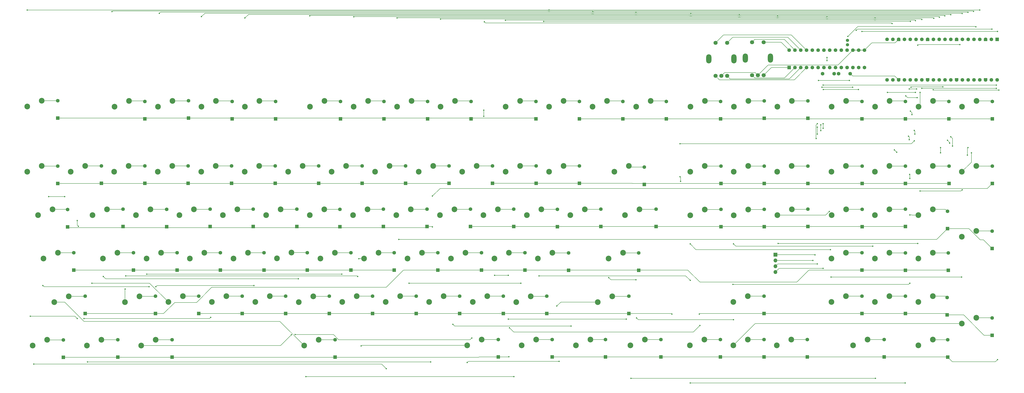
<source format=gbr>
%TF.GenerationSoftware,KiCad,Pcbnew,9.0.6*%
%TF.CreationDate,2026-01-05T13:45:50-06:00*%
%TF.ProjectId,full-keyboard,66756c6c-2d6b-4657-9962-6f6172642e6b,1*%
%TF.SameCoordinates,Original*%
%TF.FileFunction,Copper,L2,Bot*%
%TF.FilePolarity,Positive*%
%FSLAX46Y46*%
G04 Gerber Fmt 4.6, Leading zero omitted, Abs format (unit mm)*
G04 Created by KiCad (PCBNEW 9.0.6) date 2026-01-05 13:45:50*
%MOMM*%
%LPD*%
G01*
G04 APERTURE LIST*
G04 Aperture macros list*
%AMRoundRect*
0 Rectangle with rounded corners*
0 $1 Rounding radius*
0 $2 $3 $4 $5 $6 $7 $8 $9 X,Y pos of 4 corners*
0 Add a 4 corners polygon primitive as box body*
4,1,4,$2,$3,$4,$5,$6,$7,$8,$9,$2,$3,0*
0 Add four circle primitives for the rounded corners*
1,1,$1+$1,$2,$3*
1,1,$1+$1,$4,$5*
1,1,$1+$1,$6,$7*
1,1,$1+$1,$8,$9*
0 Add four rect primitives between the rounded corners*
20,1,$1+$1,$2,$3,$4,$5,0*
20,1,$1+$1,$4,$5,$6,$7,0*
20,1,$1+$1,$6,$7,$8,$9,0*
20,1,$1+$1,$8,$9,$2,$3,0*%
%AMFreePoly0*
4,1,37,0.603843,0.796157,0.639018,0.796157,0.711114,0.766294,0.766294,0.711114,0.796157,0.639018,0.796157,0.603843,0.800000,0.600000,0.800000,-0.600000,0.796157,-0.603843,0.796157,-0.639018,0.766294,-0.711114,0.711114,-0.766294,0.639018,-0.796157,0.603843,-0.796157,0.600000,-0.800000,0.000000,-0.800000,0.000000,-0.796148,-0.078414,-0.796148,-0.232228,-0.765552,-0.377117,-0.705537,
-0.507515,-0.618408,-0.618408,-0.507515,-0.705537,-0.377117,-0.765552,-0.232228,-0.796148,-0.078414,-0.796148,0.078414,-0.765552,0.232228,-0.705537,0.377117,-0.618408,0.507515,-0.507515,0.618408,-0.377117,0.705537,-0.232228,0.765552,-0.078414,0.796148,0.000000,0.796148,0.000000,0.800000,0.600000,0.800000,0.603843,0.796157,0.603843,0.796157,$1*%
%AMFreePoly1*
4,1,37,0.000000,0.796148,0.078414,0.796148,0.232228,0.765552,0.377117,0.705537,0.507515,0.618408,0.618408,0.507515,0.705537,0.377117,0.765552,0.232228,0.796148,0.078414,0.796148,-0.078414,0.765552,-0.232228,0.705537,-0.377117,0.618408,-0.507515,0.507515,-0.618408,0.377117,-0.705537,0.232228,-0.765552,0.078414,-0.796148,0.000000,-0.796148,0.000000,-0.800000,-0.600000,-0.800000,
-0.603843,-0.796157,-0.639018,-0.796157,-0.711114,-0.766294,-0.766294,-0.711114,-0.796157,-0.639018,-0.796157,-0.603843,-0.800000,-0.600000,-0.800000,0.600000,-0.796157,0.603843,-0.796157,0.639018,-0.766294,0.711114,-0.711114,0.766294,-0.639018,0.796157,-0.603843,0.796157,-0.600000,0.800000,0.000000,0.800000,0.000000,0.796148,0.000000,0.796148,$1*%
G04 Aperture macros list end*
%TA.AperFunction,ComponentPad*%
%ADD10C,1.400000*%
%TD*%
%TA.AperFunction,ComponentPad*%
%ADD11C,2.500000*%
%TD*%
%TA.AperFunction,ComponentPad*%
%ADD12RoundRect,0.250000X0.550000X-0.550000X0.550000X0.550000X-0.550000X0.550000X-0.550000X-0.550000X0*%
%TD*%
%TA.AperFunction,ComponentPad*%
%ADD13C,1.600000*%
%TD*%
%TA.AperFunction,ComponentPad*%
%ADD14R,1.700000X1.700000*%
%TD*%
%TA.AperFunction,ComponentPad*%
%ADD15O,1.700000X1.700000*%
%TD*%
%TA.AperFunction,ComponentPad*%
%ADD16O,2.300000X4.000000*%
%TD*%
%TA.AperFunction,ComponentPad*%
%ADD17C,1.800000*%
%TD*%
%TA.AperFunction,ComponentPad*%
%ADD18RoundRect,0.200000X-0.600000X0.600000X-0.600000X-0.600000X0.600000X-0.600000X0.600000X0.600000X0*%
%TD*%
%TA.AperFunction,ComponentPad*%
%ADD19FreePoly0,270.000000*%
%TD*%
%TA.AperFunction,ComponentPad*%
%ADD20FreePoly1,270.000000*%
%TD*%
%TA.AperFunction,ViaPad*%
%ADD21C,0.600000*%
%TD*%
%TA.AperFunction,Conductor*%
%ADD22C,0.200000*%
%TD*%
G04 APERTURE END LIST*
D10*
%TO.P,R3,1,1*%
%TO.N,Net-(U1-~{RESET})*%
X401700000Y-36825000D03*
%TO.P,R3,2,2*%
%TO.N,+3.3V*%
X401700000Y-34925000D03*
%TD*%
D11*
%TO.P,SW63,1,1*%
%TO.N,/COL2*%
X49190000Y-130660000D03*
%TO.P,SW63,2,2*%
%TO.N,Net-(D63-A)*%
X55540000Y-128120000D03*
%TD*%
%TO.P,SW99,1,1*%
%TO.N,/COL8*%
X163532500Y-168860000D03*
%TO.P,SW99,2,2*%
%TO.N,Net-(D99-A)*%
X169882500Y-166320000D03*
%TD*%
%TO.P,SW42,1,1*%
%TO.N,/COL1*%
X46836884Y-111584031D03*
%TO.P,SW42,2,2*%
%TO.N,Net-(D42-A)*%
X53186884Y-109044031D03*
%TD*%
%TO.P,SW55,1,1*%
%TO.N,/COL4*%
X304132500Y-111560000D03*
%TO.P,SW55,2,2*%
%TO.N,Net-(D55-A)*%
X310482500Y-109020000D03*
%TD*%
%TO.P,SW75,1,1*%
%TO.N,/COL4*%
X296932500Y-130660000D03*
%TO.P,SW75,2,2*%
%TO.N,Net-(D75-A)*%
X303282500Y-128120000D03*
%TD*%
%TO.P,SW79,1,1*%
%TO.N,/COL8*%
X53961964Y-149738970D03*
%TO.P,SW79,2,2*%
%TO.N,Net-(D79-A)*%
X60311964Y-147198970D03*
%TD*%
%TO.P,SW90,1,1*%
%TO.N,/COL9*%
X292178670Y-149739275D03*
%TO.P,SW90,2,2*%
%TO.N,Net-(D90-A)*%
X298528670Y-147199275D03*
%TD*%
%TO.P,SW98,1,1*%
%TO.N,/COL7*%
X92050000Y-168840000D03*
%TO.P,SW98,2,2*%
%TO.N,Net-(D98-A)*%
X98400000Y-166300000D03*
%TD*%
%TO.P,SW97,1,1*%
%TO.N,/COL6*%
X68250000Y-168840000D03*
%TO.P,SW97,2,2*%
%TO.N,Net-(D97-A)*%
X74600000Y-166300000D03*
%TD*%
%TO.P,SW101,1,1*%
%TO.N,/COL0*%
X258810000Y-168760000D03*
%TO.P,SW101,2,2*%
%TO.N,Net-(D101-A)*%
X265160000Y-166220000D03*
%TD*%
%TO.P,SW96,1,1*%
%TO.N,/COL5*%
X44457764Y-168864810D03*
%TO.P,SW96,2,2*%
%TO.N,Net-(D96-A)*%
X50807764Y-166324810D03*
%TD*%
%TO.P,SW100,1,1*%
%TO.N,/COL9*%
X235010000Y-168760000D03*
%TO.P,SW100,2,2*%
%TO.N,Net-(D100-A)*%
X241360000Y-166220000D03*
%TD*%
%TO.P,SW102,1,1*%
%TO.N,/COL1*%
X282632500Y-168760000D03*
%TO.P,SW102,2,2*%
%TO.N,Net-(D102-A)*%
X288982500Y-166220000D03*
%TD*%
%TO.P,SW103,1,1*%
%TO.N,/COL2*%
X306490000Y-168760000D03*
%TO.P,SW103,2,2*%
%TO.N,Net-(D103-A)*%
X312840000Y-166220000D03*
%TD*%
%TO.P,SW107,1,1*%
%TO.N,/COL6*%
X404177041Y-168719077D03*
%TO.P,SW107,2,2*%
%TO.N,Net-(D107-A)*%
X410527041Y-166179077D03*
%TD*%
%TO.P,SW34,1,1*%
%TO.N,/COL3*%
X299461745Y-92527979D03*
%TO.P,SW34,2,2*%
%TO.N,Net-(D34-A)*%
X305811745Y-89987979D03*
%TD*%
%TO.P,SW62,1,1*%
%TO.N,/COL1*%
X451814731Y-121111498D03*
%TO.P,SW62,2,2*%
%TO.N,Net-(D62-A)*%
X458164731Y-118571498D03*
%TD*%
%TO.P,SW95,1,1*%
%TO.N,/COL4*%
X451821832Y-159206246D03*
%TO.P,SW95,2,2*%
%TO.N,Net-(D95-A)*%
X458171832Y-156666246D03*
%TD*%
%TO.P,SW52,1,1*%
%TO.N,/COL1*%
X242090000Y-111560000D03*
%TO.P,SW52,2,2*%
%TO.N,Net-(D52-A)*%
X248440000Y-109020000D03*
%TD*%
D12*
%TO.P,D106,1,K*%
%TO.N,/ROW10*%
X384100000Y-173810000D03*
D13*
%TO.P,D106,2,A*%
%TO.N,Net-(D106-A)*%
X384100000Y-166190000D03*
%TD*%
D12*
%TO.P,D42,1,K*%
%TO.N,/ROW4*%
X59800000Y-116720000D03*
D13*
%TO.P,D42,2,A*%
%TO.N,Net-(D42-A)*%
X59800000Y-109100000D03*
%TD*%
D12*
%TO.P,D38,1,K*%
%TO.N,/ROW3*%
X408100000Y-97720000D03*
D13*
%TO.P,D38,2,A*%
%TO.N,Net-(D38-A)*%
X408100000Y-90100000D03*
%TD*%
D11*
%TO.P,SW47,1,1*%
%TO.N,/COL6*%
X146832500Y-111560000D03*
%TO.P,SW47,2,2*%
%TO.N,Net-(D47-A)*%
X153182500Y-109020000D03*
%TD*%
D12*
%TO.P,D40,1,K*%
%TO.N,/ROW3*%
X446200000Y-97710000D03*
D13*
%TO.P,D40,2,A*%
%TO.N,Net-(D40-A)*%
X446200000Y-90090000D03*
%TD*%
D11*
%TO.P,SW20,1,1*%
%TO.N,/COL9*%
X451851169Y-64012685D03*
%TO.P,SW20,2,2*%
%TO.N,Net-(D20-A)*%
X458201169Y-61472685D03*
%TD*%
%TO.P,SW66,1,1*%
%TO.N,/COL5*%
X113390000Y-130660000D03*
%TO.P,SW66,2,2*%
%TO.N,Net-(D66-A)*%
X119740000Y-128120000D03*
%TD*%
%TO.P,SW64,1,1*%
%TO.N,/COL3*%
X75332500Y-130660000D03*
%TO.P,SW64,2,2*%
%TO.N,Net-(D64-A)*%
X81682500Y-128120000D03*
%TD*%
%TO.P,SW8,1,1*%
%TO.N,/COL7*%
X204230583Y-64025221D03*
%TO.P,SW8,2,2*%
%TO.N,Net-(D8-A)*%
X210580583Y-61485221D03*
%TD*%
D12*
%TO.P,D56,1,K*%
%TO.N,/ROW5*%
X346200000Y-116710000D03*
D13*
%TO.P,D56,2,A*%
%TO.N,Net-(D56-A)*%
X346200000Y-109090000D03*
%TD*%
D12*
%TO.P,D88,1,K*%
%TO.N,/ROW8*%
X250800000Y-154810000D03*
D13*
%TO.P,D88,2,A*%
%TO.N,Net-(D88-A)*%
X250800000Y-147190000D03*
%TD*%
D11*
%TO.P,SW73,1,1*%
%TO.N,/COL2*%
X246932500Y-130660000D03*
%TO.P,SW73,2,2*%
%TO.N,Net-(D73-A)*%
X253282500Y-128120000D03*
%TD*%
D12*
%TO.P,D55,1,K*%
%TO.N,/ROW5*%
X317800000Y-116600000D03*
D13*
%TO.P,D55,2,A*%
%TO.N,Net-(D55-A)*%
X317800000Y-108980000D03*
%TD*%
D12*
%TO.P,D98,1,K*%
%TO.N,/ROW9*%
X105600000Y-173910000D03*
D13*
%TO.P,D98,2,A*%
%TO.N,Net-(D98-A)*%
X105600000Y-166290000D03*
%TD*%
D12*
%TO.P,D97,1,K*%
%TO.N,/ROW9*%
X81800000Y-173910000D03*
D13*
%TO.P,D97,2,A*%
%TO.N,Net-(D97-A)*%
X81800000Y-166290000D03*
%TD*%
D14*
%TO.P,J1,1,Pin_1*%
%TO.N,GND*%
X370100000Y-128980000D03*
D15*
%TO.P,J1,2,Pin_2*%
%TO.N,+3.3V*%
X370100000Y-131520000D03*
%TO.P,J1,3,Pin_3*%
%TO.N,SCL*%
X370100000Y-134060000D03*
%TO.P,J1,4,Pin_4*%
%TO.N,SDA*%
X370100000Y-136600000D03*
%TD*%
D12*
%TO.P,D67,1,K*%
%TO.N,/ROW6*%
X145900000Y-135710000D03*
D13*
%TO.P,D67,2,A*%
%TO.N,Net-(D67-A)*%
X145900000Y-128090000D03*
%TD*%
D12*
%TO.P,D74,1,K*%
%TO.N,/ROW7*%
X279400000Y-135810000D03*
D13*
%TO.P,D74,2,A*%
%TO.N,Net-(D74-A)*%
X279400000Y-128190000D03*
%TD*%
D12*
%TO.P,D96,1,K*%
%TO.N,/ROW9*%
X57900000Y-174010000D03*
D13*
%TO.P,D96,2,A*%
%TO.N,Net-(D96-A)*%
X57900000Y-166390000D03*
%TD*%
D12*
%TO.P,D82,1,K*%
%TO.N,/ROW8*%
X136300000Y-154810000D03*
D13*
%TO.P,D82,2,A*%
%TO.N,Net-(D82-A)*%
X136300000Y-147190000D03*
%TD*%
D11*
%TO.P,SW106,1,1*%
%TO.N,/COL5*%
X370696845Y-168765288D03*
%TO.P,SW106,2,2*%
%TO.N,Net-(D106-A)*%
X377046845Y-166225288D03*
%TD*%
D12*
%TO.P,D86,1,K*%
%TO.N,/ROW8*%
X212600000Y-154810000D03*
D13*
%TO.P,D86,2,A*%
%TO.N,Net-(D86-A)*%
X212600000Y-147190000D03*
%TD*%
D12*
%TO.P,D41,1,K*%
%TO.N,/ROW4*%
X465200000Y-97710000D03*
D13*
%TO.P,D41,2,A*%
%TO.N,Net-(D41-A)*%
X465200000Y-90090000D03*
%TD*%
D12*
%TO.P,D91,1,K*%
%TO.N,/ROW9*%
X365100000Y-154810000D03*
D13*
%TO.P,D91,2,A*%
%TO.N,Net-(D91-A)*%
X365100000Y-147190000D03*
%TD*%
D11*
%TO.P,SW76,1,1*%
%TO.N,/COL5*%
X394679492Y-130629059D03*
%TO.P,SW76,2,2*%
%TO.N,Net-(D76-A)*%
X401029492Y-128089059D03*
%TD*%
%TO.P,SW28,1,1*%
%TO.N,/COL7*%
X175550628Y-92516953D03*
%TO.P,SW28,2,2*%
%TO.N,Net-(D28-A)*%
X181900628Y-89976953D03*
%TD*%
%TO.P,SW31,1,1*%
%TO.N,/COL0*%
X232759228Y-92519152D03*
%TO.P,SW31,2,2*%
%TO.N,Net-(D31-A)*%
X239109228Y-89979152D03*
%TD*%
D12*
%TO.P,D26,1,K*%
%TO.N,/ROW2*%
X150800000Y-97620000D03*
D13*
%TO.P,D26,2,A*%
%TO.N,Net-(D26-A)*%
X150800000Y-90000000D03*
%TD*%
D11*
%TO.P,SW19,1,1*%
%TO.N,/COL8*%
X432803202Y-64004770D03*
%TO.P,SW19,2,2*%
%TO.N,Net-(D19-A)*%
X439153202Y-61464770D03*
%TD*%
D12*
%TO.P,D39,1,K*%
%TO.N,/ROW3*%
X427100000Y-97720000D03*
D13*
%TO.P,D39,2,A*%
%TO.N,Net-(D39-A)*%
X427100000Y-90100000D03*
%TD*%
D11*
%TO.P,SW25,1,1*%
%TO.N,/COL4*%
X118373388Y-92509899D03*
%TO.P,SW25,2,2*%
%TO.N,Net-(D25-A)*%
X124723388Y-89969899D03*
%TD*%
D12*
%TO.P,D83,1,K*%
%TO.N,/ROW8*%
X155400000Y-154810000D03*
D13*
%TO.P,D83,2,A*%
%TO.N,Net-(D83-A)*%
X155400000Y-147190000D03*
%TD*%
D12*
%TO.P,D11,1,K*%
%TO.N,/ROW1*%
X284200000Y-69310000D03*
D13*
%TO.P,D11,2,A*%
%TO.N,Net-(D11-A)*%
X284200000Y-61690000D03*
%TD*%
D12*
%TO.P,D22,1,K*%
%TO.N,/ROW2*%
X74600000Y-97620000D03*
D13*
%TO.P,D22,2,A*%
%TO.N,Net-(D22-A)*%
X74600000Y-90000000D03*
%TD*%
D12*
%TO.P,D15,1,K*%
%TO.N,/ROW1*%
X365200000Y-69120000D03*
D13*
%TO.P,D15,2,A*%
%TO.N,Net-(D15-A)*%
X365200000Y-61500000D03*
%TD*%
D12*
%TO.P,D5,1,K*%
%TO.N,/ROW0*%
X151000000Y-69310000D03*
D13*
%TO.P,D5,2,A*%
%TO.N,Net-(D5-A)*%
X151000000Y-61690000D03*
%TD*%
D12*
%TO.P,D51,1,K*%
%TO.N,/ROW5*%
X236400000Y-116610000D03*
D13*
%TO.P,D51,2,A*%
%TO.N,Net-(D51-A)*%
X236400000Y-108990000D03*
%TD*%
D11*
%TO.P,SW54,1,1*%
%TO.N,/COL3*%
X280190000Y-111560000D03*
%TO.P,SW54,2,2*%
%TO.N,Net-(D54-A)*%
X286540000Y-109020000D03*
%TD*%
D12*
%TO.P,D58,1,K*%
%TO.N,/ROW5*%
X384300000Y-116610000D03*
D13*
%TO.P,D58,2,A*%
%TO.N,Net-(D58-A)*%
X384300000Y-108990000D03*
%TD*%
D11*
%TO.P,SW12,1,1*%
%TO.N,/COL1*%
X289952838Y-64021771D03*
%TO.P,SW12,2,2*%
%TO.N,Net-(D12-A)*%
X296302838Y-61481771D03*
%TD*%
D12*
%TO.P,D28,1,K*%
%TO.N,/ROW2*%
X188900000Y-97620000D03*
D13*
%TO.P,D28,2,A*%
%TO.N,Net-(D28-A)*%
X188900000Y-90000000D03*
%TD*%
D12*
%TO.P,D107,1,K*%
%TO.N,/ROW10*%
X417800000Y-173810000D03*
D13*
%TO.P,D107,2,A*%
%TO.N,Net-(D107-A)*%
X417800000Y-166190000D03*
%TD*%
D11*
%TO.P,SW1,1,1*%
%TO.N,/COL0*%
X42110000Y-63960000D03*
%TO.P,SW1,2,2*%
%TO.N,Net-(D1-A)*%
X48460000Y-61420000D03*
%TD*%
D12*
%TO.P,D19,1,K*%
%TO.N,/ROW1*%
X446100000Y-69310000D03*
D13*
%TO.P,D19,2,A*%
%TO.N,Net-(D19-A)*%
X446100000Y-61690000D03*
%TD*%
D11*
%TO.P,SW11,1,1*%
%TO.N,/COL0*%
X270910794Y-64020145D03*
%TO.P,SW11,2,2*%
%TO.N,Net-(D11-A)*%
X277260794Y-61480145D03*
%TD*%
D12*
%TO.P,D8,1,K*%
%TO.N,/ROW0*%
X217600000Y-69310000D03*
D13*
%TO.P,D8,2,A*%
%TO.N,Net-(D8-A)*%
X217600000Y-61690000D03*
%TD*%
D11*
%TO.P,SW57,1,1*%
%TO.N,/COL6*%
X351842827Y-111637603D03*
%TO.P,SW57,2,2*%
%TO.N,Net-(D57-A)*%
X358192827Y-109097603D03*
%TD*%
%TO.P,SW37,1,1*%
%TO.N,/COL6*%
X370883584Y-92533693D03*
%TO.P,SW37,2,2*%
%TO.N,Net-(D37-A)*%
X377233584Y-89993693D03*
%TD*%
D12*
%TO.P,D70,1,K*%
%TO.N,/ROW6*%
X203000000Y-135710000D03*
D13*
%TO.P,D70,2,A*%
%TO.N,Net-(D70-A)*%
X203000000Y-128090000D03*
%TD*%
D12*
%TO.P,D72,1,K*%
%TO.N,/ROW7*%
X241200000Y-135710000D03*
D13*
%TO.P,D72,2,A*%
%TO.N,Net-(D72-A)*%
X241200000Y-128090000D03*
%TD*%
D12*
%TO.P,D33,1,K*%
%TO.N,/ROW3*%
X284200000Y-97620000D03*
D13*
%TO.P,D33,2,A*%
%TO.N,Net-(D33-A)*%
X284200000Y-90000000D03*
%TD*%
D11*
%TO.P,SW18,1,1*%
%TO.N,/COL7*%
X413758740Y-64004870D03*
%TO.P,SW18,2,2*%
%TO.N,Net-(D18-A)*%
X420108740Y-61464870D03*
%TD*%
D12*
%TO.P,D37,1,K*%
%TO.N,/ROW3*%
X384300000Y-97720000D03*
D13*
%TO.P,D37,2,A*%
%TO.N,Net-(D37-A)*%
X384300000Y-90100000D03*
%TD*%
D11*
%TO.P,SW49,1,1*%
%TO.N,/COL8*%
X184932500Y-111560000D03*
%TO.P,SW49,2,2*%
%TO.N,Net-(D49-A)*%
X191282500Y-109020000D03*
%TD*%
D12*
%TO.P,D44,1,K*%
%TO.N,/ROW4*%
X103200000Y-116710000D03*
D13*
%TO.P,D44,2,A*%
%TO.N,Net-(D44-A)*%
X103200000Y-109090000D03*
%TD*%
D11*
%TO.P,SW78,1,1*%
%TO.N,/COL7*%
X432791238Y-130670224D03*
%TO.P,SW78,2,2*%
%TO.N,Net-(D78-A)*%
X439141238Y-128130224D03*
%TD*%
%TO.P,SW27,1,1*%
%TO.N,/COL6*%
X156503179Y-92520614D03*
%TO.P,SW27,2,2*%
%TO.N,Net-(D27-A)*%
X162853179Y-89980614D03*
%TD*%
%TO.P,SW29,1,1*%
%TO.N,/COL8*%
X194626464Y-92516112D03*
%TO.P,SW29,2,2*%
%TO.N,Net-(D29-A)*%
X200976464Y-89976112D03*
%TD*%
D12*
%TO.P,D13,1,K*%
%TO.N,/ROW1*%
X322300000Y-69310000D03*
D13*
%TO.P,D13,2,A*%
%TO.N,Net-(D13-A)*%
X322300000Y-61690000D03*
%TD*%
D11*
%TO.P,SW89,1,1*%
%TO.N,/COL8*%
X256463588Y-149739275D03*
%TO.P,SW89,2,2*%
%TO.N,Net-(D89-A)*%
X262813588Y-147199275D03*
%TD*%
%TO.P,SW70,1,1*%
%TO.N,/COL9*%
X189732500Y-130660000D03*
%TO.P,SW70,2,2*%
%TO.N,Net-(D70-A)*%
X196082500Y-128120000D03*
%TD*%
D12*
%TO.P,D73,1,K*%
%TO.N,/ROW7*%
X260300000Y-135710000D03*
D13*
%TO.P,D73,2,A*%
%TO.N,Net-(D73-A)*%
X260300000Y-128090000D03*
%TD*%
D12*
%TO.P,D85,1,K*%
%TO.N,/ROW8*%
X193500000Y-154810000D03*
D13*
%TO.P,D85,2,A*%
%TO.N,Net-(D85-A)*%
X193500000Y-147190000D03*
%TD*%
D11*
%TO.P,SW71,1,1*%
%TO.N,/COL0*%
X208817290Y-130603301D03*
%TO.P,SW71,2,2*%
%TO.N,Net-(D71-A)*%
X215167290Y-128063301D03*
%TD*%
%TO.P,SW104,1,1*%
%TO.N,/COL3*%
X332629316Y-168763761D03*
%TO.P,SW104,2,2*%
%TO.N,Net-(D104-A)*%
X338979316Y-166223761D03*
%TD*%
D12*
%TO.P,D48,1,K*%
%TO.N,/ROW4*%
X179200000Y-116710000D03*
D13*
%TO.P,D48,2,A*%
%TO.N,Net-(D48-A)*%
X179200000Y-109090000D03*
%TD*%
D12*
%TO.P,D79,1,K*%
%TO.N,/ROW7*%
X67500000Y-154810000D03*
D13*
%TO.P,D79,2,A*%
%TO.N,Net-(D79-A)*%
X67500000Y-147190000D03*
%TD*%
D16*
%TO.P,SW109,6,6*%
%TO.N,unconnected-(SW109-Pad6)*%
X367900000Y-42700000D03*
%TO.P,SW109,7,7*%
%TO.N,unconnected-(SW109-Pad7)*%
X356900000Y-42700000D03*
D17*
%TO.P,SW109,A,A*%
%TO.N,/RotEncoder1A*%
X359860000Y-50200000D03*
%TO.P,SW109,B,B*%
%TO.N,/RotEncoder1B*%
X364940000Y-50200000D03*
%TO.P,SW109,C,C*%
%TO.N,GND*%
X362400000Y-50200000D03*
%TO.P,SW109,D,D*%
%TO.N,/RotEncoder1B1*%
X359860000Y-35700000D03*
%TO.P,SW109,E,E*%
%TO.N,/RotEncoder1B2*%
X364940000Y-35700000D03*
%TD*%
D12*
%TO.P,D29,1,K*%
%TO.N,/ROW2*%
X207984428Y-97619391D03*
D13*
%TO.P,D29,2,A*%
%TO.N,Net-(D29-A)*%
X207984428Y-89999391D03*
%TD*%
D12*
%TO.P,D46,1,K*%
%TO.N,/ROW4*%
X141200000Y-116610000D03*
D13*
%TO.P,D46,2,A*%
%TO.N,Net-(D46-A)*%
X141200000Y-108990000D03*
%TD*%
D12*
%TO.P,D75,1,K*%
%TO.N,/ROW7*%
X310200000Y-135810000D03*
D13*
%TO.P,D75,2,A*%
%TO.N,Net-(D75-A)*%
X310200000Y-128190000D03*
%TD*%
D12*
%TO.P,D30,1,K*%
%TO.N,/ROW2*%
X227000000Y-97620000D03*
D13*
%TO.P,D30,2,A*%
%TO.N,Net-(D30-A)*%
X227000000Y-90000000D03*
%TD*%
D11*
%TO.P,SW80,1,1*%
%TO.N,/COL9*%
X84923426Y-149749712D03*
%TO.P,SW80,2,2*%
%TO.N,Net-(D80-A)*%
X91273426Y-147209712D03*
%TD*%
%TO.P,SW93,1,1*%
%TO.N,/COL2*%
X413730519Y-149707722D03*
%TO.P,SW93,2,2*%
%TO.N,Net-(D93-A)*%
X420080519Y-147167722D03*
%TD*%
%TO.P,SW2,1,1*%
%TO.N,/COL1*%
X80366232Y-63984027D03*
%TO.P,SW2,2,2*%
%TO.N,Net-(D2-A)*%
X86716232Y-61444027D03*
%TD*%
D12*
%TO.P,D90,1,K*%
%TO.N,/ROW8*%
X305800000Y-154810000D03*
D13*
%TO.P,D90,2,A*%
%TO.N,Net-(D90-A)*%
X305800000Y-147190000D03*
%TD*%
D11*
%TO.P,SW77,1,1*%
%TO.N,/COL6*%
X413732500Y-130660000D03*
%TO.P,SW77,2,2*%
%TO.N,Net-(D77-A)*%
X420082500Y-128120000D03*
%TD*%
D12*
%TO.P,D87,1,K*%
%TO.N,/ROW8*%
X231700000Y-154810000D03*
D13*
%TO.P,D87,2,A*%
%TO.N,Net-(D87-A)*%
X231700000Y-147190000D03*
%TD*%
D12*
%TO.P,D69,1,K*%
%TO.N,/ROW6*%
X184000000Y-135710000D03*
D13*
%TO.P,D69,2,A*%
%TO.N,Net-(D69-A)*%
X184000000Y-128090000D03*
%TD*%
D12*
%TO.P,D9,1,K*%
%TO.N,/ROW0*%
X236700000Y-69310000D03*
D13*
%TO.P,D9,2,A*%
%TO.N,Net-(D9-A)*%
X236700000Y-61690000D03*
%TD*%
D12*
%TO.P,D12,1,K*%
%TO.N,/ROW1*%
X303200000Y-69310000D03*
D13*
%TO.P,D12,2,A*%
%TO.N,Net-(D12-A)*%
X303200000Y-61690000D03*
%TD*%
D11*
%TO.P,SW3,1,1*%
%TO.N,/COL2*%
X99446082Y-63984027D03*
%TO.P,SW3,2,2*%
%TO.N,Net-(D3-A)*%
X105796082Y-61444027D03*
%TD*%
D12*
%TO.P,D4,1,K*%
%TO.N,/ROW0*%
X131900000Y-69310000D03*
D13*
%TO.P,D4,2,A*%
%TO.N,Net-(D4-A)*%
X131900000Y-61690000D03*
%TD*%
D11*
%TO.P,SW92,1,1*%
%TO.N,/COL1*%
X394676959Y-149683978D03*
%TO.P,SW92,2,2*%
%TO.N,Net-(D92-A)*%
X401026959Y-147143978D03*
%TD*%
%TO.P,SW14,1,1*%
%TO.N,/COL3*%
X332829249Y-64017158D03*
%TO.P,SW14,2,2*%
%TO.N,Net-(D14-A)*%
X339179249Y-61477158D03*
%TD*%
D12*
%TO.P,D20,1,K*%
%TO.N,/ROW1*%
X465200000Y-69310000D03*
D13*
%TO.P,D20,2,A*%
%TO.N,Net-(D20-A)*%
X465200000Y-61690000D03*
%TD*%
D12*
%TO.P,D25,1,K*%
%TO.N,/ROW2*%
X131700000Y-97620000D03*
D13*
%TO.P,D25,2,A*%
%TO.N,Net-(D25-A)*%
X131700000Y-90000000D03*
%TD*%
D11*
%TO.P,SW83,1,1*%
%TO.N,/COL2*%
X142081076Y-149728228D03*
%TO.P,SW83,2,2*%
%TO.N,Net-(D83-A)*%
X148431076Y-147188228D03*
%TD*%
D12*
%TO.P,D108,1,K*%
%TO.N,/ROW10*%
X445600000Y-173910000D03*
D13*
%TO.P,D108,2,A*%
%TO.N,Net-(D108-A)*%
X445600000Y-166290000D03*
%TD*%
D12*
%TO.P,D84,1,K*%
%TO.N,/ROW8*%
X174500000Y-154810000D03*
D13*
%TO.P,D84,2,A*%
%TO.N,Net-(D84-A)*%
X174500000Y-147190000D03*
%TD*%
D11*
%TO.P,SW86,1,1*%
%TO.N,/COL5*%
X199269911Y-149710223D03*
%TO.P,SW86,2,2*%
%TO.N,Net-(D86-A)*%
X205619911Y-147170223D03*
%TD*%
D12*
%TO.P,D1,1,K*%
%TO.N,/ROW0*%
X55500000Y-69000000D03*
D13*
%TO.P,D1,2,A*%
%TO.N,Net-(D1-A)*%
X55500000Y-61380000D03*
%TD*%
D12*
%TO.P,D62,1,K*%
%TO.N,/ROW6*%
X465100000Y-126220000D03*
D13*
%TO.P,D62,2,A*%
%TO.N,Net-(D62-A)*%
X465100000Y-118600000D03*
%TD*%
D12*
%TO.P,D101,1,K*%
%TO.N,/ROW10*%
X272200000Y-173820000D03*
D13*
%TO.P,D101,2,A*%
%TO.N,Net-(D101-A)*%
X272200000Y-166200000D03*
%TD*%
D12*
%TO.P,D7,1,K*%
%TO.N,/ROW0*%
X198500000Y-69310000D03*
D13*
%TO.P,D7,2,A*%
%TO.N,Net-(D7-A)*%
X198500000Y-61690000D03*
%TD*%
D12*
%TO.P,D50,1,K*%
%TO.N,/ROW4*%
X217400000Y-116610000D03*
D13*
%TO.P,D50,2,A*%
%TO.N,Net-(D50-A)*%
X217400000Y-108990000D03*
%TD*%
D12*
%TO.P,D99,1,K*%
%TO.N,/ROW9*%
X177100000Y-173910000D03*
D13*
%TO.P,D99,2,A*%
%TO.N,Net-(D99-A)*%
X177100000Y-166290000D03*
%TD*%
D12*
%TO.P,D36,1,K*%
%TO.N,/ROW3*%
X365200000Y-97720000D03*
D13*
%TO.P,D36,2,A*%
%TO.N,Net-(D36-A)*%
X365200000Y-90100000D03*
%TD*%
D12*
%TO.P,D95,1,K*%
%TO.N,/ROW9*%
X465100000Y-164310000D03*
D13*
%TO.P,D95,2,A*%
%TO.N,Net-(D95-A)*%
X465100000Y-156690000D03*
%TD*%
D12*
%TO.P,D105,1,K*%
%TO.N,/ROW10*%
X365100000Y-173820000D03*
D13*
%TO.P,D105,2,A*%
%TO.N,Net-(D105-A)*%
X365100000Y-166200000D03*
%TD*%
D12*
%TO.P,D100,1,K*%
%TO.N,/ROW9*%
X248600000Y-173820000D03*
D13*
%TO.P,D100,2,A*%
%TO.N,Net-(D100-A)*%
X248600000Y-166200000D03*
%TD*%
D12*
%TO.P,D92,1,K*%
%TO.N,/ROW9*%
X408000000Y-154800000D03*
D13*
%TO.P,D92,2,A*%
%TO.N,Net-(D92-A)*%
X408000000Y-147180000D03*
%TD*%
D12*
%TO.P,D2,1,K*%
%TO.N,/ROW0*%
X93700000Y-69310000D03*
D13*
%TO.P,D2,2,A*%
%TO.N,Net-(D2-A)*%
X93700000Y-61690000D03*
%TD*%
D11*
%TO.P,SW10,1,1*%
%TO.N,/COL9*%
X251860582Y-64032622D03*
%TO.P,SW10,2,2*%
%TO.N,Net-(D10-A)*%
X258210582Y-61492622D03*
%TD*%
%TO.P,SW105,1,1*%
%TO.N,/COL4*%
X351656005Y-168763761D03*
%TO.P,SW105,2,2*%
%TO.N,Net-(D105-A)*%
X358006005Y-166223761D03*
%TD*%
D12*
%TO.P,D31,1,K*%
%TO.N,/ROW3*%
X246100000Y-97620000D03*
D13*
%TO.P,D31,2,A*%
%TO.N,Net-(D31-A)*%
X246100000Y-90000000D03*
%TD*%
D11*
%TO.P,SW85,1,1*%
%TO.N,/COL4*%
X180200000Y-149700000D03*
%TO.P,SW85,2,2*%
%TO.N,Net-(D85-A)*%
X186550000Y-147160000D03*
%TD*%
%TO.P,SW30,1,1*%
%TO.N,/COL9*%
X213709015Y-92519507D03*
%TO.P,SW30,2,2*%
%TO.N,Net-(D30-A)*%
X220059015Y-89979507D03*
%TD*%
D12*
%TO.P,D66,1,K*%
%TO.N,/ROW6*%
X126800000Y-135710000D03*
D13*
%TO.P,D66,2,A*%
%TO.N,Net-(D66-A)*%
X126800000Y-128090000D03*
%TD*%
D11*
%TO.P,SW36,1,1*%
%TO.N,/COL5*%
X351842827Y-92533693D03*
%TO.P,SW36,2,2*%
%TO.N,Net-(D36-A)*%
X358192827Y-89993693D03*
%TD*%
%TO.P,SW108,1,1*%
%TO.N,/COL7*%
X432763438Y-168719077D03*
%TO.P,SW108,2,2*%
%TO.N,Net-(D108-A)*%
X439113438Y-166179077D03*
%TD*%
%TO.P,SW7,1,1*%
%TO.N,/COL6*%
X185163182Y-64001772D03*
%TO.P,SW7,2,2*%
%TO.N,Net-(D7-A)*%
X191513182Y-61461772D03*
%TD*%
D13*
%TO.P,C1,1,1*%
%TO.N,Net-(U1-VDD)*%
X395840000Y-49500000D03*
%TO.P,C1,2,2*%
%TO.N,+5V*%
X390760000Y-49500000D03*
%TD*%
D12*
%TO.P,D93,1,K*%
%TO.N,/ROW9*%
X427100000Y-154810000D03*
D13*
%TO.P,D93,2,A*%
%TO.N,Net-(D93-A)*%
X427100000Y-147190000D03*
%TD*%
D12*
%TO.P,D43,1,K*%
%TO.N,/ROW4*%
X84100000Y-116620000D03*
D13*
%TO.P,D43,2,A*%
%TO.N,Net-(D43-A)*%
X84100000Y-109000000D03*
%TD*%
D12*
%TO.P,D103,1,K*%
%TO.N,/ROW10*%
X319900000Y-173820000D03*
D13*
%TO.P,D103,2,A*%
%TO.N,Net-(D103-A)*%
X319900000Y-166200000D03*
%TD*%
D12*
%TO.P,U1,1,GPB0*%
%TO.N,/RotEncoder1B*%
X376140000Y-46820000D03*
D13*
%TO.P,U1,2,GPB1*%
%TO.N,/RotEncoder1A*%
X378680000Y-46820000D03*
%TO.P,U1,3,GPB2*%
%TO.N,/RotEncoder2B*%
X381220000Y-46820000D03*
%TO.P,U1,4,GPB3*%
%TO.N,/RotEncoder2A*%
X383760000Y-46820000D03*
%TO.P,U1,5,GPB4*%
%TO.N,unconnected-(U1-GPB4-Pad5)*%
X386300000Y-46820000D03*
%TO.P,U1,6,GPB5*%
%TO.N,unconnected-(U1-GPB5-Pad6)*%
X388840000Y-46820000D03*
%TO.P,U1,7,GPB6*%
%TO.N,unconnected-(U1-GPB6-Pad7)*%
X391380000Y-46820000D03*
%TO.P,U1,8,GPB7*%
%TO.N,unconnected-(U1-GPB7-Pad8)*%
X393920000Y-46820000D03*
%TO.P,U1,9,VDD*%
%TO.N,Net-(U1-VDD)*%
X396460000Y-46820000D03*
%TO.P,U1,10,VSS*%
%TO.N,Net-(U1-VSS)*%
X399000000Y-46820000D03*
%TO.P,U1,11,NC*%
%TO.N,unconnected-(U1-NC-Pad11)*%
X401540000Y-46820000D03*
%TO.P,U1,12,SCK*%
%TO.N,SCL*%
X404080000Y-46820000D03*
%TO.P,U1,13,SDA*%
%TO.N,SDA*%
X406620000Y-46820000D03*
%TO.P,U1,14,NC__1*%
%TO.N,unconnected-(U1-NC__1-Pad14)*%
X409160000Y-46820000D03*
%TO.P,U1,15,A0*%
%TO.N,GND*%
X409160000Y-39200000D03*
%TO.P,U1,16,A1*%
X406620000Y-39200000D03*
%TO.P,U1,17,A2*%
X404080000Y-39200000D03*
%TO.P,U1,18,~{RESET}*%
%TO.N,Net-(U1-~{RESET})*%
X401540000Y-39200000D03*
%TO.P,U1,19,INTB*%
%TO.N,unconnected-(U1-INTB-Pad19)*%
X399000000Y-39200000D03*
%TO.P,U1,20,INTA*%
%TO.N,unconnected-(U1-INTA-Pad20)*%
X396460000Y-39200000D03*
%TO.P,U1,21,GPA0*%
%TO.N,unconnected-(U1-GPA0-Pad21)*%
X393920000Y-39200000D03*
%TO.P,U1,22,GPA1*%
%TO.N,unconnected-(U1-GPA1-Pad22)*%
X391380000Y-39200000D03*
%TO.P,U1,23,GPA2*%
%TO.N,unconnected-(U1-GPA2-Pad23)*%
X388840000Y-39200000D03*
%TO.P,U1,24,GPA3*%
%TO.N,unconnected-(U1-GPA3-Pad24)*%
X386300000Y-39200000D03*
%TO.P,U1,25,GPA4*%
%TO.N,/RotEncoder2B1*%
X383760000Y-39200000D03*
%TO.P,U1,26,GPA5*%
%TO.N,/RotEncoder2B2*%
X381220000Y-39200000D03*
%TO.P,U1,27,GPA6*%
%TO.N,/RotEncoder1B1*%
X378680000Y-39200000D03*
%TO.P,U1,28,GPA7*%
%TO.N,/RotEncoder1B2*%
X376140000Y-39200000D03*
%TD*%
D12*
%TO.P,D104,1,K*%
%TO.N,/ROW10*%
X346000000Y-173820000D03*
D13*
%TO.P,D104,2,A*%
%TO.N,Net-(D104-A)*%
X346000000Y-166200000D03*
%TD*%
D11*
%TO.P,SW59,1,1*%
%TO.N,/COL8*%
X394700000Y-111600000D03*
%TO.P,SW59,2,2*%
%TO.N,Net-(D59-A)*%
X401050000Y-109060000D03*
%TD*%
D12*
%TO.P,D17,1,K*%
%TO.N,/ROW1*%
X408000000Y-69310000D03*
D13*
%TO.P,D17,2,A*%
%TO.N,Net-(D17-A)*%
X408000000Y-61690000D03*
%TD*%
D16*
%TO.P,SW110,6,6*%
%TO.N,unconnected-(SW110-Pad6)*%
X351860000Y-43000000D03*
%TO.P,SW110,7,7*%
%TO.N,unconnected-(SW110-Pad7)*%
X340860000Y-43000000D03*
D17*
%TO.P,SW110,A,A*%
%TO.N,/RotEncoder2A*%
X343820000Y-50500000D03*
%TO.P,SW110,B,B*%
%TO.N,/RotEncoder2B*%
X348900000Y-50500000D03*
%TO.P,SW110,C,C*%
%TO.N,GND*%
X346360000Y-50500000D03*
%TO.P,SW110,D,D*%
%TO.N,/RotEncoder2B1*%
X343820000Y-36000000D03*
%TO.P,SW110,E,E*%
%TO.N,/RotEncoder2B2*%
X348900000Y-36000000D03*
%TD*%
D12*
%TO.P,D32,1,K*%
%TO.N,/ROW3*%
X265200000Y-97620000D03*
D13*
%TO.P,D32,2,A*%
%TO.N,Net-(D32-A)*%
X265200000Y-90000000D03*
%TD*%
D11*
%TO.P,SW39,1,1*%
%TO.N,/COL8*%
X413739689Y-92533863D03*
%TO.P,SW39,2,2*%
%TO.N,Net-(D39-A)*%
X420089689Y-89993863D03*
%TD*%
%TO.P,SW48,1,1*%
%TO.N,/COL7*%
X165932500Y-111560000D03*
%TO.P,SW48,2,2*%
%TO.N,Net-(D48-A)*%
X172282500Y-109020000D03*
%TD*%
D12*
%TO.P,D65,1,K*%
%TO.N,/ROW6*%
X107800000Y-135710000D03*
D13*
%TO.P,D65,2,A*%
%TO.N,Net-(D65-A)*%
X107800000Y-128090000D03*
%TD*%
D12*
%TO.P,D54,1,K*%
%TO.N,/ROW5*%
X293600000Y-116610000D03*
D13*
%TO.P,D54,2,A*%
%TO.N,Net-(D54-A)*%
X293600000Y-108990000D03*
%TD*%
D12*
%TO.P,D14,1,K*%
%TO.N,/ROW1*%
X346100000Y-69310000D03*
D13*
%TO.P,D14,2,A*%
%TO.N,Net-(D14-A)*%
X346100000Y-61690000D03*
%TD*%
D11*
%TO.P,SW50,1,1*%
%TO.N,/COL9*%
X203932500Y-111560000D03*
%TO.P,SW50,2,2*%
%TO.N,Net-(D50-A)*%
X210282500Y-109020000D03*
%TD*%
D12*
%TO.P,D16,1,K*%
%TO.N,/ROW1*%
X384300000Y-69120000D03*
D13*
%TO.P,D16,2,A*%
%TO.N,Net-(D16-A)*%
X384300000Y-61500000D03*
%TD*%
D11*
%TO.P,SW9,1,1*%
%TO.N,/COL8*%
X223308013Y-64025221D03*
%TO.P,SW9,2,2*%
%TO.N,Net-(D9-A)*%
X229658013Y-61485221D03*
%TD*%
D12*
%TO.P,D34,1,K*%
%TO.N,/ROW3*%
X312600000Y-98110000D03*
D13*
%TO.P,D34,2,A*%
%TO.N,Net-(D34-A)*%
X312600000Y-90490000D03*
%TD*%
D11*
%TO.P,SW44,1,1*%
%TO.N,/COL3*%
X89790000Y-111560000D03*
%TO.P,SW44,2,2*%
%TO.N,Net-(D44-A)*%
X96140000Y-109020000D03*
%TD*%
D18*
%TO.P,A1,1,GPIO0*%
%TO.N,SDA*%
X467317500Y-34500000D03*
D13*
%TO.P,A1,2,GPIO1*%
%TO.N,SCL*%
X464777500Y-34500000D03*
D19*
%TO.P,A1,3,GND*%
%TO.N,GND*%
X462237500Y-34500000D03*
D13*
%TO.P,A1,4,GPIO2*%
%TO.N,/COL0*%
X459697500Y-34500000D03*
%TO.P,A1,5,GPIO3*%
%TO.N,/COL1*%
X457157500Y-34500000D03*
%TO.P,A1,6,GPIO4*%
%TO.N,/COL2*%
X454617500Y-34500000D03*
%TO.P,A1,7,GPIO5*%
%TO.N,/COL3*%
X452077500Y-34500000D03*
D19*
%TO.P,A1,8,GND*%
%TO.N,GND*%
X449537500Y-34500000D03*
D13*
%TO.P,A1,9,GPIO6*%
%TO.N,/COL4*%
X446997500Y-34500000D03*
%TO.P,A1,10,GPIO7*%
%TO.N,/COL5*%
X444457500Y-34500000D03*
%TO.P,A1,11,GPIO8*%
%TO.N,/COL6*%
X441917500Y-34500000D03*
%TO.P,A1,12,GPIO9*%
%TO.N,/COL7*%
X439377500Y-34500000D03*
D19*
%TO.P,A1,13,GND*%
%TO.N,GND*%
X436837500Y-34500000D03*
D13*
%TO.P,A1,14,GPIO10*%
%TO.N,/COL8*%
X434297500Y-34500000D03*
%TO.P,A1,15,GPIO11*%
%TO.N,/COL9*%
X431757500Y-34500000D03*
%TO.P,A1,16,GPIO12*%
%TO.N,/ROW0*%
X429217500Y-34500000D03*
%TO.P,A1,17,GPIO13*%
%TO.N,/ROW1*%
X426677500Y-34500000D03*
D19*
%TO.P,A1,18,GND*%
%TO.N,GND*%
X424137500Y-34500000D03*
D13*
%TO.P,A1,19,GPIO14*%
%TO.N,/ROW2*%
X421597500Y-34500000D03*
%TO.P,A1,20,GPIO15*%
%TO.N,/ROW3*%
X419057500Y-34500000D03*
%TO.P,A1,21,GPIO16*%
%TO.N,/ROW4*%
X419057500Y-52280000D03*
%TO.P,A1,22,GPIO17*%
%TO.N,/ROW5*%
X421597500Y-52280000D03*
D20*
%TO.P,A1,23,GND*%
%TO.N,GND*%
X424137500Y-52280000D03*
D13*
%TO.P,A1,24,GPIO18*%
%TO.N,/ROW6*%
X426677500Y-52280000D03*
%TO.P,A1,25,GPIO19*%
%TO.N,/ROW7*%
X429217500Y-52280000D03*
%TO.P,A1,26,GPIO20*%
%TO.N,/ROW8*%
X431757500Y-52280000D03*
%TO.P,A1,27,GPIO21*%
%TO.N,/ROW9*%
X434297500Y-52280000D03*
D20*
%TO.P,A1,28,GND*%
%TO.N,GND*%
X436837500Y-52280000D03*
D13*
%TO.P,A1,29,GPIO22*%
%TO.N,/ROW10*%
X439377500Y-52280000D03*
%TO.P,A1,30,RUN*%
%TO.N,unconnected-(A1-RUN-Pad30)*%
X441917500Y-52280000D03*
%TO.P,A1,31,GPIO26_ADC0*%
%TO.N,unconnected-(A1-GPIO26_ADC0-Pad31)*%
X444457500Y-52280000D03*
%TO.P,A1,32,GPIO27_ADC1*%
%TO.N,unconnected-(A1-GPIO27_ADC1-Pad32)*%
X446997500Y-52280000D03*
D20*
%TO.P,A1,33,AGND*%
%TO.N,unconnected-(A1-AGND-Pad33)*%
X449537500Y-52280000D03*
D13*
%TO.P,A1,34,GPIO28_ADC2*%
%TO.N,unconnected-(A1-GPIO28_ADC2-Pad34)*%
X452077500Y-52280000D03*
%TO.P,A1,35,ADC_VREF*%
%TO.N,unconnected-(A1-ADC_VREF-Pad35)*%
X454617500Y-52280000D03*
%TO.P,A1,36,3V3*%
%TO.N,+3.3V*%
X457157500Y-52280000D03*
%TO.P,A1,37,3V3_EN*%
%TO.N,unconnected-(A1-3V3_EN-Pad37)*%
X459697500Y-52280000D03*
D20*
%TO.P,A1,38,GND*%
%TO.N,GND*%
X462237500Y-52280000D03*
D13*
%TO.P,A1,39,VSYS*%
%TO.N,unconnected-(A1-VSYS-Pad39)*%
X464777500Y-52280000D03*
%TO.P,A1,40,VBUS*%
%TO.N,+5V*%
X467317500Y-52280000D03*
%TD*%
D12*
%TO.P,D23,1,K*%
%TO.N,/ROW2*%
X93700000Y-97620000D03*
D13*
%TO.P,D23,2,A*%
%TO.N,Net-(D23-A)*%
X93700000Y-90000000D03*
%TD*%
D12*
%TO.P,D3,1,K*%
%TO.N,/ROW0*%
X112800000Y-69000000D03*
D13*
%TO.P,D3,2,A*%
%TO.N,Net-(D3-A)*%
X112800000Y-61380000D03*
%TD*%
D12*
%TO.P,D77,1,K*%
%TO.N,/ROW7*%
X427100000Y-135810000D03*
D13*
%TO.P,D77,2,A*%
%TO.N,Net-(D77-A)*%
X427100000Y-128190000D03*
%TD*%
D11*
%TO.P,SW56,1,1*%
%TO.N,/COL5*%
X332796374Y-111637603D03*
%TO.P,SW56,2,2*%
%TO.N,Net-(D56-A)*%
X339146374Y-109097603D03*
%TD*%
%TO.P,SW38,1,1*%
%TO.N,/COL7*%
X394684630Y-92522451D03*
%TO.P,SW38,2,2*%
%TO.N,Net-(D38-A)*%
X401034630Y-89982451D03*
%TD*%
%TO.P,SW74,1,1*%
%TO.N,/COL3*%
X265990000Y-130660000D03*
%TO.P,SW74,2,2*%
%TO.N,Net-(D74-A)*%
X272340000Y-128120000D03*
%TD*%
D12*
%TO.P,D102,1,K*%
%TO.N,/ROW10*%
X295600000Y-173810000D03*
D13*
%TO.P,D102,2,A*%
%TO.N,Net-(D102-A)*%
X295600000Y-166190000D03*
%TD*%
D11*
%TO.P,SW35,1,1*%
%TO.N,/COL4*%
X332795641Y-92529136D03*
%TO.P,SW35,2,2*%
%TO.N,Net-(D35-A)*%
X339145641Y-89989136D03*
%TD*%
%TO.P,SW72,1,1*%
%TO.N,/COL1*%
X227890000Y-130660000D03*
%TO.P,SW72,2,2*%
%TO.N,Net-(D72-A)*%
X234240000Y-128120000D03*
%TD*%
D12*
%TO.P,D71,1,K*%
%TO.N,/ROW7*%
X222100000Y-135700000D03*
D13*
%TO.P,D71,2,A*%
%TO.N,Net-(D71-A)*%
X222100000Y-128080000D03*
%TD*%
D11*
%TO.P,SW22,1,1*%
%TO.N,/COL1*%
X61173415Y-92509899D03*
%TO.P,SW22,2,2*%
%TO.N,Net-(D22-A)*%
X67523415Y-89969899D03*
%TD*%
%TO.P,SW6,1,1*%
%TO.N,/COL5*%
X166098687Y-63994126D03*
%TO.P,SW6,2,2*%
%TO.N,Net-(D6-A)*%
X172448687Y-61454126D03*
%TD*%
D12*
%TO.P,D27,1,K*%
%TO.N,/ROW2*%
X169900000Y-97620000D03*
D13*
%TO.P,D27,2,A*%
%TO.N,Net-(D27-A)*%
X169900000Y-90000000D03*
%TD*%
%TO.P,C2,1,1*%
%TO.N,Net-(U1-VSS)*%
X397760000Y-49500000D03*
%TO.P,C2,2,2*%
%TO.N,GND*%
X402840000Y-49500000D03*
%TD*%
D11*
%TO.P,SW21,1,1*%
%TO.N,/COL0*%
X42106758Y-92509899D03*
%TO.P,SW21,2,2*%
%TO.N,Net-(D21-A)*%
X48456758Y-89969899D03*
%TD*%
%TO.P,SW58,1,1*%
%TO.N,/COL7*%
X370909465Y-111606026D03*
%TO.P,SW58,2,2*%
%TO.N,Net-(D58-A)*%
X377259465Y-109066026D03*
%TD*%
D12*
%TO.P,D35,1,K*%
%TO.N,/ROW3*%
X346200000Y-97720000D03*
D13*
%TO.P,D35,2,A*%
%TO.N,Net-(D35-A)*%
X346200000Y-90100000D03*
%TD*%
D12*
%TO.P,D6,1,K*%
%TO.N,/ROW0*%
X179400000Y-69310000D03*
D13*
%TO.P,D6,2,A*%
%TO.N,Net-(D6-A)*%
X179400000Y-61690000D03*
%TD*%
D12*
%TO.P,D24,1,K*%
%TO.N,/ROW2*%
X112600000Y-97620000D03*
D13*
%TO.P,D24,2,A*%
%TO.N,Net-(D24-A)*%
X112600000Y-90000000D03*
%TD*%
D11*
%TO.P,SW69,1,1*%
%TO.N,/COL8*%
X170640509Y-130622456D03*
%TO.P,SW69,2,2*%
%TO.N,Net-(D69-A)*%
X176990509Y-128082456D03*
%TD*%
%TO.P,SW5,1,1*%
%TO.N,/COL4*%
X137553733Y-63983628D03*
%TO.P,SW5,2,2*%
%TO.N,Net-(D5-A)*%
X143903733Y-61443628D03*
%TD*%
%TO.P,SW87,1,1*%
%TO.N,/COL6*%
X218309430Y-149710223D03*
%TO.P,SW87,2,2*%
%TO.N,Net-(D87-A)*%
X224659430Y-147170223D03*
%TD*%
D12*
%TO.P,D45,1,K*%
%TO.N,/ROW4*%
X122300000Y-116620000D03*
D13*
%TO.P,D45,2,A*%
%TO.N,Net-(D45-A)*%
X122300000Y-109000000D03*
%TD*%
D11*
%TO.P,SW23,1,1*%
%TO.N,/COL2*%
X80243967Y-92509899D03*
%TO.P,SW23,2,2*%
%TO.N,Net-(D23-A)*%
X86593967Y-89969899D03*
%TD*%
%TO.P,SW17,1,1*%
%TO.N,/COL6*%
X394749361Y-64006744D03*
%TO.P,SW17,2,2*%
%TO.N,Net-(D17-A)*%
X401099361Y-61466744D03*
%TD*%
%TO.P,SW60,1,1*%
%TO.N,/COL9*%
X413732500Y-111560000D03*
%TO.P,SW60,2,2*%
%TO.N,Net-(D60-A)*%
X420082500Y-109020000D03*
%TD*%
%TO.P,SW41,1,1*%
%TO.N,/COL0*%
X451822642Y-92535064D03*
%TO.P,SW41,2,2*%
%TO.N,Net-(D41-A)*%
X458172642Y-89995064D03*
%TD*%
D12*
%TO.P,D18,1,K*%
%TO.N,/ROW1*%
X427100000Y-69310000D03*
D13*
%TO.P,D18,2,A*%
%TO.N,Net-(D18-A)*%
X427100000Y-61690000D03*
%TD*%
D12*
%TO.P,D61,1,K*%
%TO.N,/ROW6*%
X445500000Y-117510000D03*
D13*
%TO.P,D61,2,A*%
%TO.N,Net-(D61-A)*%
X445500000Y-109890000D03*
%TD*%
D12*
%TO.P,D64,1,K*%
%TO.N,/ROW6*%
X88700000Y-135710000D03*
D13*
%TO.P,D64,2,A*%
%TO.N,Net-(D64-A)*%
X88700000Y-128090000D03*
%TD*%
D11*
%TO.P,SW43,1,1*%
%TO.N,/COL2*%
X70690000Y-111560000D03*
%TO.P,SW43,2,2*%
%TO.N,Net-(D43-A)*%
X77040000Y-109020000D03*
%TD*%
D12*
%TO.P,D81,1,K*%
%TO.N,/ROW8*%
X117300000Y-154810000D03*
D13*
%TO.P,D81,2,A*%
%TO.N,Net-(D81-A)*%
X117300000Y-147190000D03*
%TD*%
D11*
%TO.P,SW53,1,1*%
%TO.N,/COL2*%
X261132500Y-111560000D03*
%TO.P,SW53,2,2*%
%TO.N,Net-(D53-A)*%
X267482500Y-109020000D03*
%TD*%
%TO.P,SW33,1,1*%
%TO.N,/COL2*%
X270892197Y-92530082D03*
%TO.P,SW33,2,2*%
%TO.N,Net-(D33-A)*%
X277242197Y-89990082D03*
%TD*%
D12*
%TO.P,D68,1,K*%
%TO.N,/ROW6*%
X164900000Y-135710000D03*
D13*
%TO.P,D68,2,A*%
%TO.N,Net-(D68-A)*%
X164900000Y-128090000D03*
%TD*%
D11*
%TO.P,SW88,1,1*%
%TO.N,/COL7*%
X237400000Y-149700000D03*
%TO.P,SW88,2,2*%
%TO.N,Net-(D88-A)*%
X243750000Y-147160000D03*
%TD*%
D12*
%TO.P,D63,1,K*%
%TO.N,/ROW6*%
X62500000Y-135710000D03*
D13*
%TO.P,D63,2,A*%
%TO.N,Net-(D63-A)*%
X62500000Y-128090000D03*
%TD*%
D11*
%TO.P,SW26,1,1*%
%TO.N,/COL5*%
X137440045Y-92509899D03*
%TO.P,SW26,2,2*%
%TO.N,Net-(D26-A)*%
X143790045Y-89969899D03*
%TD*%
D12*
%TO.P,D47,1,K*%
%TO.N,/ROW4*%
X160300000Y-116610000D03*
D13*
%TO.P,D47,2,A*%
%TO.N,Net-(D47-A)*%
X160300000Y-108990000D03*
%TD*%
D11*
%TO.P,SW40,1,1*%
%TO.N,/COL9*%
X432780280Y-92535861D03*
%TO.P,SW40,2,2*%
%TO.N,Net-(D40-A)*%
X439130280Y-89995861D03*
%TD*%
%TO.P,SW82,1,1*%
%TO.N,/COL1*%
X123016598Y-149719363D03*
%TO.P,SW82,2,2*%
%TO.N,Net-(D82-A)*%
X129366598Y-147179363D03*
%TD*%
%TO.P,SW51,1,1*%
%TO.N,/COL0*%
X223032500Y-111560000D03*
%TO.P,SW51,2,2*%
%TO.N,Net-(D51-A)*%
X229382500Y-109020000D03*
%TD*%
D12*
%TO.P,D89,1,K*%
%TO.N,/ROW8*%
X269900000Y-154810000D03*
D13*
%TO.P,D89,2,A*%
%TO.N,Net-(D89-A)*%
X269900000Y-147190000D03*
%TD*%
D12*
%TO.P,D21,1,K*%
%TO.N,/ROW2*%
X55500000Y-97720000D03*
D13*
%TO.P,D21,2,A*%
%TO.N,Net-(D21-A)*%
X55500000Y-90100000D03*
%TD*%
D11*
%TO.P,SW45,1,1*%
%TO.N,/COL4*%
X108832500Y-111560000D03*
%TO.P,SW45,2,2*%
%TO.N,Net-(D45-A)*%
X115182500Y-109020000D03*
%TD*%
D12*
%TO.P,D53,1,K*%
%TO.N,/ROW5*%
X274500000Y-116700000D03*
D13*
%TO.P,D53,2,A*%
%TO.N,Net-(D53-A)*%
X274500000Y-109080000D03*
%TD*%
D11*
%TO.P,SW46,1,1*%
%TO.N,/COL5*%
X127832500Y-111560000D03*
%TO.P,SW46,2,2*%
%TO.N,Net-(D46-A)*%
X134182500Y-109020000D03*
%TD*%
%TO.P,SW67,1,1*%
%TO.N,/COL6*%
X132490000Y-130660000D03*
%TO.P,SW67,2,2*%
%TO.N,Net-(D67-A)*%
X138840000Y-128120000D03*
%TD*%
D12*
%TO.P,D78,1,K*%
%TO.N,/ROW7*%
X445900000Y-135800000D03*
D13*
%TO.P,D78,2,A*%
%TO.N,Net-(D78-A)*%
X445900000Y-128180000D03*
%TD*%
D12*
%TO.P,D59,1,K*%
%TO.N,/ROW5*%
X408100000Y-116710000D03*
D13*
%TO.P,D59,2,A*%
%TO.N,Net-(D59-A)*%
X408100000Y-109090000D03*
%TD*%
D11*
%TO.P,SW32,1,1*%
%TO.N,/COL1*%
X251837055Y-92519152D03*
%TO.P,SW32,2,2*%
%TO.N,Net-(D32-A)*%
X258187055Y-89979152D03*
%TD*%
D12*
%TO.P,D49,1,K*%
%TO.N,/ROW4*%
X198200000Y-116610000D03*
D13*
%TO.P,D49,2,A*%
%TO.N,Net-(D49-A)*%
X198200000Y-108990000D03*
%TD*%
D12*
%TO.P,D76,1,K*%
%TO.N,/ROW7*%
X408000000Y-135720000D03*
D13*
%TO.P,D76,2,A*%
%TO.N,Net-(D76-A)*%
X408000000Y-128100000D03*
%TD*%
D12*
%TO.P,D57,1,K*%
%TO.N,/ROW5*%
X365200000Y-116710000D03*
D13*
%TO.P,D57,2,A*%
%TO.N,Net-(D57-A)*%
X365200000Y-109090000D03*
%TD*%
D11*
%TO.P,SW13,1,1*%
%TO.N,/COL2*%
X309048874Y-64021771D03*
%TO.P,SW13,2,2*%
%TO.N,Net-(D13-A)*%
X315398874Y-61481771D03*
%TD*%
D12*
%TO.P,D10,1,K*%
%TO.N,/ROW0*%
X265100000Y-69310000D03*
D13*
%TO.P,D10,2,A*%
%TO.N,Net-(D10-A)*%
X265100000Y-61690000D03*
%TD*%
D11*
%TO.P,SW15,1,1*%
%TO.N,/COL4*%
X351903592Y-64015156D03*
%TO.P,SW15,2,2*%
%TO.N,Net-(D15-A)*%
X358253592Y-61475156D03*
%TD*%
%TO.P,SW61,1,1*%
%TO.N,/COL0*%
X432776395Y-111579686D03*
%TO.P,SW61,2,2*%
%TO.N,Net-(D61-A)*%
X439126395Y-109039686D03*
%TD*%
%TO.P,SW84,1,1*%
%TO.N,/COL3*%
X161110000Y-149760000D03*
%TO.P,SW84,2,2*%
%TO.N,Net-(D84-A)*%
X167460000Y-147220000D03*
%TD*%
%TO.P,SW91,1,1*%
%TO.N,/COL0*%
X351610000Y-149707386D03*
%TO.P,SW91,2,2*%
%TO.N,Net-(D91-A)*%
X357960000Y-147167386D03*
%TD*%
%TO.P,SW81,1,1*%
%TO.N,/COL0*%
X103961487Y-149730105D03*
%TO.P,SW81,2,2*%
%TO.N,Net-(D81-A)*%
X110311487Y-147190105D03*
%TD*%
D12*
%TO.P,D80,1,K*%
%TO.N,/ROW7*%
X98300000Y-154810000D03*
D13*
%TO.P,D80,2,A*%
%TO.N,Net-(D80-A)*%
X98300000Y-147190000D03*
%TD*%
D12*
%TO.P,D60,1,K*%
%TO.N,/ROW5*%
X427100000Y-116610000D03*
D13*
%TO.P,D60,2,A*%
%TO.N,Net-(D60-A)*%
X427100000Y-108990000D03*
%TD*%
D11*
%TO.P,SW16,1,1*%
%TO.N,/COL5*%
X370959413Y-64015156D03*
%TO.P,SW16,2,2*%
%TO.N,Net-(D16-A)*%
X377309413Y-61475156D03*
%TD*%
%TO.P,SW68,1,1*%
%TO.N,/COL7*%
X151550913Y-130596827D03*
%TO.P,SW68,2,2*%
%TO.N,Net-(D68-A)*%
X157900913Y-128056827D03*
%TD*%
%TO.P,SW94,1,1*%
%TO.N,/COL3*%
X432760198Y-149710905D03*
%TO.P,SW94,2,2*%
%TO.N,Net-(D94-A)*%
X439110198Y-147170905D03*
%TD*%
%TO.P,SW4,1,1*%
%TO.N,/COL3*%
X118502082Y-63975570D03*
%TO.P,SW4,2,2*%
%TO.N,Net-(D4-A)*%
X124852082Y-61435570D03*
%TD*%
%TO.P,SW24,1,1*%
%TO.N,/COL3*%
X99306730Y-92509899D03*
%TO.P,SW24,2,2*%
%TO.N,Net-(D24-A)*%
X105656730Y-89969899D03*
%TD*%
%TO.P,SW65,1,1*%
%TO.N,/COL4*%
X94390000Y-130660000D03*
%TO.P,SW65,2,2*%
%TO.N,Net-(D65-A)*%
X100740000Y-128120000D03*
%TD*%
D12*
%TO.P,D94,1,K*%
%TO.N,/ROW9*%
X445400000Y-155410000D03*
D13*
%TO.P,D94,2,A*%
%TO.N,Net-(D94-A)*%
X445400000Y-147790000D03*
%TD*%
D12*
%TO.P,D52,1,K*%
%TO.N,/ROW5*%
X255400000Y-116610000D03*
D13*
%TO.P,D52,2,A*%
%TO.N,Net-(D52-A)*%
X255400000Y-108990000D03*
%TD*%
D21*
%TO.N,/COL9*%
X85000000Y-144000000D03*
X187000000Y-138500000D03*
X187500000Y-130750000D03*
X85250000Y-138250000D03*
X188500000Y-169000000D03*
X274250000Y-151500000D03*
X235000000Y-176250000D03*
X275250000Y-175750000D03*
%TO.N,/COL3*%
X332750000Y-185250000D03*
X427000000Y-185250000D03*
%TO.N,/COL4*%
X351750000Y-157500000D03*
X309250000Y-156750000D03*
X297000000Y-139000000D03*
X309000000Y-140000000D03*
%TO.N,/COL3*%
X266500000Y-138250000D03*
X332750000Y-140250000D03*
%TO.N,/COL8*%
X164250000Y-182500000D03*
X255500000Y-182500000D03*
%TO.N,/COL1*%
X228750000Y-159500000D03*
X280500000Y-160250000D03*
%TO.N,/COL2*%
X304750000Y-157250000D03*
X253000000Y-138000000D03*
X253000000Y-157250000D03*
X247000000Y-138000000D03*
X306750000Y-183250000D03*
X414000000Y-183250000D03*
%TO.N,/COL6*%
X412750000Y-125250000D03*
X351750000Y-124250000D03*
%TO.N,/COL5*%
X332750000Y-124250000D03*
X394250000Y-126750000D03*
%TO.N,/COL7*%
X371250000Y-124000000D03*
X432500000Y-124000000D03*
X393750000Y-110000000D03*
%TO.N,/COL0*%
X456000000Y-84250000D03*
%TO.N,/COL1*%
X454250000Y-85250000D03*
X454500000Y-82000000D03*
X451750000Y-138750000D03*
X394500000Y-138750000D03*
%TO.N,/COL8*%
X433500000Y-57750000D03*
%TO.N,/COL9*%
X432500000Y-37000000D03*
X451000000Y-36750000D03*
%TO.N,/ROW10*%
X439250000Y-56600000D03*
X467500000Y-175000000D03*
X468100000Y-56750000D03*
%TO.N,/ROW9*%
X434250000Y-56000000D03*
X467000000Y-56000000D03*
X253250000Y-173750000D03*
X337000000Y-160000000D03*
X336750000Y-155000000D03*
X253500000Y-161000000D03*
%TO.N,/ROW8*%
X428750000Y-56250000D03*
X432000000Y-56250000D03*
X328250000Y-94750000D03*
X431000000Y-79000000D03*
X328250000Y-80250000D03*
X430962511Y-74462511D03*
X328549265Y-96799265D03*
X324750000Y-155000000D03*
X429250000Y-66000000D03*
X431250000Y-76000000D03*
X430000000Y-67500000D03*
%TO.N,/ROW6*%
X432250000Y-60000000D03*
X442483806Y-81983806D03*
X427250000Y-59250000D03*
X442500000Y-84250000D03*
X205000000Y-122250000D03*
%TO.N,/ROW7*%
X447000000Y-77250000D03*
X443500000Y-55250000D03*
X447750000Y-81250000D03*
X429500000Y-55500000D03*
%TO.N,/ROW5*%
X428462511Y-76962511D03*
X428750000Y-78500000D03*
X428974923Y-93724923D03*
X429000000Y-95500000D03*
%TO.N,/ROW4*%
X219750000Y-103250000D03*
X219750000Y-116750000D03*
X419250000Y-57750000D03*
X446500000Y-80000000D03*
X445500000Y-78750000D03*
X431500000Y-57750000D03*
%TO.N,/ROW3*%
X423250000Y-84000000D03*
X422250000Y-83000000D03*
%TO.N,/ROW2*%
X242250000Y-68250000D03*
X242500000Y-26750000D03*
X242250000Y-65500000D03*
X421250000Y-27500000D03*
%TO.N,/ROW0*%
X429250000Y-26600000D03*
X268500000Y-26600000D03*
%TO.N,/COL9*%
X431500000Y-26250000D03*
X251750000Y-26100000D03*
%TO.N,/COL8*%
X434250000Y-25750000D03*
X223250000Y-25600000D03*
%TO.N,/COL7*%
X413750000Y-25100000D03*
X439500000Y-25250000D03*
X204250000Y-25100000D03*
%TO.N,/COL6*%
X392750000Y-42400000D03*
X392750000Y-43750000D03*
X392750000Y-24600000D03*
X442000000Y-24750000D03*
X185250000Y-24600000D03*
%TO.N,/COL5*%
X371000000Y-24100000D03*
%TO.N,/COL4*%
X354250000Y-23600000D03*
%TO.N,/COL5*%
X166000000Y-24100000D03*
X444398000Y-24102000D03*
%TO.N,/COL4*%
X447000000Y-23600000D03*
X137500000Y-25100000D03*
%TO.N,/COL3*%
X333000000Y-23100000D03*
X452000000Y-23100000D03*
X118500000Y-24500000D03*
%TO.N,/COL2*%
X309000000Y-22600000D03*
X454500000Y-22600000D03*
X100000000Y-23000000D03*
%TO.N,/COL1*%
X290000000Y-22160000D03*
X457000000Y-22160000D03*
X79250000Y-22250000D03*
%TO.N,/COL0*%
X270890000Y-21560000D03*
X459690000Y-21560000D03*
X42100000Y-21560000D03*
%TO.N,GND*%
X402500000Y-52500000D03*
X388500000Y-71500000D03*
X389000000Y-52500000D03*
X387500000Y-129000000D03*
X388000000Y-78000000D03*
%TO.N,/COL2*%
X98500000Y-143000000D03*
X95500000Y-143000000D03*
X49000000Y-142500000D03*
X141500000Y-142500000D03*
%TO.N,/COL0*%
X351500000Y-142000000D03*
X429000000Y-141500000D03*
X429000000Y-111500000D03*
X64000000Y-114000000D03*
X209500000Y-141500000D03*
X58500000Y-103500000D03*
X51500000Y-103500000D03*
X64500000Y-116500000D03*
X258500000Y-141500000D03*
X452000000Y-100500000D03*
X70500000Y-141500000D03*
X433500000Y-101000000D03*
%TO.N,+3.3V*%
X458000000Y-29000000D03*
X388500000Y-76000000D03*
X388500000Y-73000000D03*
X386500000Y-131500000D03*
X401820000Y-33190000D03*
%TO.N,/COL1*%
X67000000Y-157000000D03*
X43500000Y-156000000D03*
X122500000Y-156500000D03*
X64000000Y-157000000D03*
%TO.N,/COL3*%
X161000000Y-139500000D03*
X75500000Y-138500000D03*
%TO.N,/COL6*%
X68500000Y-176000000D03*
X219000000Y-176000000D03*
%TO.N,/COL7*%
X159510515Y-163989485D03*
X157911985Y-164088015D03*
X237000000Y-165500000D03*
%TO.N,/COL5*%
X45000000Y-177000000D03*
X199500000Y-179000000D03*
%TO.N,SDA*%
X408000000Y-31000000D03*
X406500000Y-56500000D03*
X391000000Y-71500000D03*
X391000000Y-73500000D03*
X467500000Y-31000000D03*
X391100000Y-56500000D03*
X391000000Y-135000000D03*
%TO.N,SCL*%
X390000000Y-74500000D03*
X405500000Y-30500000D03*
X390500000Y-55500000D03*
X388500000Y-133000000D03*
X390000000Y-72000000D03*
X404000000Y-55500000D03*
X465000000Y-30000000D03*
%TO.N,+5V*%
X391000000Y-54500000D03*
X467000000Y-54500000D03*
%TO.N,/COL4*%
X180000000Y-137500000D03*
X94500000Y-137500000D03*
%TD*%
D22*
%TO.N,/ROW9*%
X445400000Y-155410000D02*
X452623023Y-155410000D01*
X452623023Y-155410000D02*
X461523023Y-164310000D01*
X461523023Y-164310000D02*
X465100000Y-164310000D01*
%TO.N,Net-(D68-A)*%
X157900913Y-128056827D02*
X164866827Y-128056827D01*
X164866827Y-128056827D02*
X164900000Y-128090000D01*
%TO.N,/ROW7*%
X222100000Y-135700000D02*
X207050000Y-135700000D01*
X116334304Y-149919105D02*
X106776313Y-149919105D01*
X207050000Y-135700000D02*
X199500000Y-143250000D01*
X199500000Y-143250000D02*
X123003409Y-143250000D01*
X123003409Y-143250000D02*
X116334304Y-149919105D01*
X106776313Y-149919105D02*
X101885418Y-154810000D01*
X101885418Y-154810000D02*
X98300000Y-154810000D01*
%TO.N,/COL9*%
X186750000Y-138250000D02*
X187000000Y-138500000D01*
X84923426Y-149749712D02*
X84923426Y-144076574D01*
X84923426Y-144076574D02*
X85000000Y-144000000D01*
X85250000Y-138250000D02*
X186750000Y-138250000D01*
X187500000Y-130750000D02*
X187590000Y-130660000D01*
X187590000Y-130660000D02*
X189732500Y-130660000D01*
X188740000Y-168760000D02*
X188500000Y-169000000D01*
X235010000Y-168760000D02*
X188740000Y-168760000D01*
X235500000Y-175750000D02*
X235000000Y-176250000D01*
X292178670Y-149739275D02*
X276010725Y-149739275D01*
X276010725Y-149739275D02*
X274250000Y-151500000D01*
X275250000Y-175750000D02*
X235500000Y-175750000D01*
%TO.N,/COL4*%
X451821832Y-159206246D02*
X361213520Y-159206246D01*
X361213520Y-159206246D02*
X351656005Y-168763761D01*
%TO.N,/COL3*%
X427000000Y-185250000D02*
X332750000Y-185250000D01*
%TO.N,/COL4*%
X351750000Y-157500000D02*
X310000000Y-157500000D01*
X309000000Y-140000000D02*
X298000000Y-140000000D01*
X298000000Y-140000000D02*
X297000000Y-139000000D01*
X310000000Y-157500000D02*
X309250000Y-156750000D01*
%TO.N,/COL3*%
X330750000Y-138250000D02*
X266500000Y-138250000D01*
X332750000Y-140250000D02*
X330750000Y-138250000D01*
%TO.N,/COL8*%
X255500000Y-182500000D02*
X164250000Y-182500000D01*
%TO.N,/COL1*%
X280500000Y-160250000D02*
X229500000Y-160250000D01*
X229500000Y-160250000D02*
X228750000Y-159500000D01*
%TO.N,/COL2*%
X304750000Y-157250000D02*
X253000000Y-157250000D01*
X253000000Y-138000000D02*
X247000000Y-138000000D01*
X306750000Y-183250000D02*
X414000000Y-183250000D01*
%TO.N,/COL6*%
X352750000Y-125250000D02*
X412750000Y-125250000D01*
X351750000Y-124250000D02*
X352750000Y-125250000D01*
%TO.N,/COL5*%
X335250000Y-126750000D02*
X332750000Y-124250000D01*
X394250000Y-126750000D02*
X335250000Y-126750000D01*
%TO.N,/COL7*%
X371250000Y-124000000D02*
X432500000Y-124000000D01*
X392143974Y-111606026D02*
X370909465Y-111606026D01*
X393750000Y-110000000D02*
X392143974Y-111606026D01*
%TO.N,/COL0*%
X456000000Y-84250000D02*
X456000000Y-88357706D01*
X456000000Y-88357706D02*
X451822642Y-92535064D01*
%TO.N,/COL1*%
X454250000Y-85250000D02*
X454250000Y-82250000D01*
X454250000Y-82250000D02*
X454500000Y-82000000D01*
X451750000Y-138750000D02*
X394500000Y-138750000D01*
%TO.N,/COL8*%
X433500000Y-57750000D02*
X433500000Y-63307972D01*
X433500000Y-63307972D02*
X432803202Y-64004770D01*
%TO.N,/COL9*%
X451000000Y-36750000D02*
X432750000Y-36750000D01*
X432750000Y-36750000D02*
X432500000Y-37000000D01*
%TO.N,/ROW9*%
X467000000Y-56000000D02*
X434250000Y-56000000D01*
%TO.N,/ROW10*%
X466569000Y-175931000D02*
X467500000Y-175000000D01*
X447621000Y-175931000D02*
X466569000Y-175931000D01*
X468100000Y-56750000D02*
X439400000Y-56750000D01*
X445600000Y-173910000D02*
X447621000Y-175931000D01*
X439400000Y-56750000D02*
X439250000Y-56600000D01*
%TO.N,/ROW9*%
X248600000Y-173820000D02*
X253180000Y-173820000D01*
X253180000Y-173820000D02*
X253250000Y-173750000D01*
X334129000Y-162871000D02*
X337000000Y-160000000D01*
X253500000Y-161000000D02*
X255371000Y-162871000D01*
X255371000Y-162871000D02*
X334129000Y-162871000D01*
X336750000Y-155000000D02*
X336940000Y-154810000D01*
X336940000Y-154810000D02*
X365100000Y-154810000D01*
%TO.N,/ROW8*%
X324560000Y-154810000D02*
X324750000Y-155000000D01*
X305800000Y-154810000D02*
X324560000Y-154810000D01*
X431250000Y-74750000D02*
X430962511Y-74462511D01*
X428750000Y-56250000D02*
X432000000Y-56250000D01*
X328250000Y-80250000D02*
X429750000Y-80250000D01*
X431250000Y-76000000D02*
X431250000Y-74750000D01*
X328549265Y-96799265D02*
X328549265Y-95049265D01*
X430000000Y-67500000D02*
X430000000Y-66750000D01*
X430000000Y-66750000D02*
X429250000Y-66000000D01*
X328549265Y-95049265D02*
X328250000Y-94750000D01*
X429750000Y-80250000D02*
X431000000Y-79000000D01*
%TO.N,/ROW6*%
X442500000Y-82000000D02*
X442483806Y-81983806D01*
X442500000Y-84250000D02*
X442500000Y-82000000D01*
X432250000Y-60000000D02*
X428000000Y-60000000D01*
X428000000Y-60000000D02*
X427250000Y-59250000D01*
X445500000Y-117510000D02*
X454909787Y-117510000D01*
X459825285Y-122425498D02*
X461305498Y-122425498D01*
X454909787Y-117510000D02*
X459825285Y-122425498D01*
X461305498Y-122425498D02*
X465100000Y-126220000D01*
X205000000Y-122250000D02*
X440760000Y-122250000D01*
X440760000Y-122250000D02*
X445500000Y-117510000D01*
%TO.N,/ROW7*%
X447750000Y-78000000D02*
X447000000Y-77250000D01*
X443500000Y-55250000D02*
X429750000Y-55250000D01*
X429750000Y-55250000D02*
X429500000Y-55500000D01*
X447750000Y-81250000D02*
X447750000Y-78000000D01*
%TO.N,/ROW5*%
X428750000Y-78500000D02*
X428750000Y-77250000D01*
X429000000Y-95500000D02*
X429000000Y-93750000D01*
X428750000Y-77250000D02*
X428462511Y-76962511D01*
X429000000Y-93750000D02*
X428974923Y-93724923D01*
%TO.N,/ROW4*%
X217400000Y-116610000D02*
X219610000Y-116610000D01*
X219610000Y-116610000D02*
X219750000Y-116750000D01*
X463011000Y-99899000D02*
X465200000Y-97710000D01*
X219750000Y-103250000D02*
X223101000Y-99899000D01*
X223101000Y-99899000D02*
X463011000Y-99899000D01*
X446500000Y-80000000D02*
X446500000Y-79750000D01*
X446500000Y-79750000D02*
X445500000Y-78750000D01*
%TO.N,/ROW3*%
X422250000Y-83000000D02*
X423250000Y-84000000D01*
%TO.N,/ROW2*%
X242500000Y-26750000D02*
X243000000Y-27250000D01*
X243000000Y-27250000D02*
X421000000Y-27250000D01*
X421000000Y-27250000D02*
X421250000Y-27500000D01*
X242250000Y-68250000D02*
X242250000Y-65500000D01*
%TO.N,/ROW0*%
X268500000Y-26600000D02*
X429250000Y-26600000D01*
%TO.N,/COL9*%
X251750000Y-26100000D02*
X251850000Y-26000000D01*
X392165857Y-26000000D02*
X392168857Y-26003000D01*
X251850000Y-26000000D02*
X392165857Y-26000000D01*
X392168857Y-26003000D02*
X393331143Y-26003000D01*
X393331143Y-26003000D02*
X393334143Y-26000000D01*
X393334143Y-26000000D02*
X413232957Y-26000000D01*
X413232957Y-26000000D02*
X413334957Y-26102000D01*
X413334957Y-26102000D02*
X414165043Y-26102000D01*
X414165043Y-26102000D02*
X414267043Y-26000000D01*
X414267043Y-26000000D02*
X431250000Y-26000000D01*
X431250000Y-26000000D02*
X431500000Y-26250000D01*
%TO.N,/COL8*%
X393165043Y-25602000D02*
X393267043Y-25500000D01*
X392334957Y-25602000D02*
X393165043Y-25602000D01*
X392232957Y-25500000D02*
X392334957Y-25602000D01*
X223350000Y-25500000D02*
X370415857Y-25500000D01*
X371581143Y-25503000D02*
X371584143Y-25500000D01*
X413300057Y-25500000D02*
X413501057Y-25701000D01*
X370418857Y-25503000D02*
X371581143Y-25503000D01*
X370415857Y-25500000D02*
X370418857Y-25503000D01*
X371584143Y-25500000D02*
X392232957Y-25500000D01*
X413998943Y-25701000D02*
X414199943Y-25500000D01*
X393267043Y-25500000D02*
X413300057Y-25500000D01*
X413501057Y-25701000D02*
X413998943Y-25701000D01*
X223250000Y-25600000D02*
X223350000Y-25500000D01*
X414199943Y-25500000D02*
X434000000Y-25500000D01*
X434000000Y-25500000D02*
X434250000Y-25750000D01*
%TO.N,/COL7*%
X392998943Y-25201000D02*
X393199943Y-25000000D01*
X353668857Y-25003000D02*
X354831143Y-25003000D01*
X392501057Y-25201000D02*
X392998943Y-25201000D01*
X371517043Y-25000000D02*
X392300057Y-25000000D01*
X371415043Y-25102000D02*
X371517043Y-25000000D01*
X370584957Y-25102000D02*
X371415043Y-25102000D01*
X204250000Y-25100000D02*
X204350000Y-25000000D01*
X370482957Y-25000000D02*
X370584957Y-25102000D01*
X354834143Y-25000000D02*
X370482957Y-25000000D01*
X392300057Y-25000000D02*
X392501057Y-25201000D01*
X354831143Y-25003000D02*
X354834143Y-25000000D01*
X393199943Y-25000000D02*
X439250000Y-25000000D01*
X353665857Y-25000000D02*
X353668857Y-25003000D01*
X204350000Y-25000000D02*
X353665857Y-25000000D01*
X439250000Y-25000000D02*
X439500000Y-25250000D01*
%TO.N,/COL6*%
X392750000Y-43750000D02*
X392750000Y-42400000D01*
X370550057Y-24500000D02*
X370751057Y-24701000D01*
X354767043Y-24500000D02*
X370550057Y-24500000D01*
X371248943Y-24701000D02*
X371449943Y-24500000D01*
X354665043Y-24602000D02*
X354767043Y-24500000D01*
X441750000Y-24500000D02*
X442000000Y-24750000D01*
X353834957Y-24602000D02*
X354665043Y-24602000D01*
X185250000Y-24600000D02*
X185350000Y-24500000D01*
X370751057Y-24701000D02*
X371248943Y-24701000D01*
X353732957Y-24500000D02*
X353834957Y-24602000D01*
X333581143Y-24503000D02*
X333584143Y-24500000D01*
X332418857Y-24503000D02*
X333581143Y-24503000D01*
X333584143Y-24500000D02*
X353732957Y-24500000D01*
X185350000Y-24500000D02*
X332415857Y-24500000D01*
X371449943Y-24500000D02*
X441750000Y-24500000D01*
X332415857Y-24500000D02*
X332418857Y-24503000D01*
%TO.N,/COL5*%
X353800057Y-24000000D02*
X354001057Y-24201000D01*
X333517043Y-24000000D02*
X353800057Y-24000000D01*
X309581143Y-24003000D02*
X309584143Y-24000000D01*
X332584957Y-24102000D02*
X333415043Y-24102000D01*
X332482957Y-24000000D02*
X332584957Y-24102000D01*
X354001057Y-24201000D02*
X354498943Y-24201000D01*
X309584143Y-24000000D02*
X332482957Y-24000000D01*
X444296000Y-24000000D02*
X444398000Y-24102000D01*
X333415043Y-24102000D02*
X333517043Y-24000000D01*
X354498943Y-24201000D02*
X354699943Y-24000000D01*
X308418857Y-24003000D02*
X309581143Y-24003000D01*
X308415857Y-24000000D02*
X308418857Y-24003000D01*
X166100000Y-24000000D02*
X308415857Y-24000000D01*
X166000000Y-24100000D02*
X166100000Y-24000000D01*
X354699943Y-24000000D02*
X444296000Y-24000000D01*
%TO.N,/COL4*%
X333449943Y-23500000D02*
X354250000Y-23500000D01*
%TO.N,/COL5*%
X444500000Y-24000000D02*
X444398000Y-24102000D01*
%TO.N,/COL4*%
X333248943Y-23701000D02*
X333449943Y-23500000D01*
X446900000Y-23500000D02*
X447000000Y-23600000D01*
X309517043Y-23500000D02*
X332550057Y-23500000D01*
X309415043Y-23602000D02*
X309517043Y-23500000D01*
X332751057Y-23701000D02*
X333248943Y-23701000D01*
X308584957Y-23602000D02*
X309415043Y-23602000D01*
X308482957Y-23500000D02*
X308584957Y-23602000D01*
X290644143Y-23500000D02*
X308482957Y-23500000D01*
X290581143Y-23563000D02*
X290644143Y-23500000D01*
X289355857Y-23500000D02*
X289418857Y-23563000D01*
X332550057Y-23500000D02*
X332751057Y-23701000D01*
X289418857Y-23563000D02*
X290581143Y-23563000D01*
X139100000Y-23500000D02*
X289355857Y-23500000D01*
X137500000Y-25100000D02*
X139100000Y-23500000D01*
X354250000Y-23500000D02*
X446900000Y-23500000D01*
%TO.N,/COL3*%
X118500000Y-24500000D02*
X120000000Y-23000000D01*
X120000000Y-23000000D02*
X289422957Y-23000000D01*
X309449943Y-23000000D02*
X332900000Y-23000000D01*
X289422957Y-23000000D02*
X289584957Y-23162000D01*
X309248943Y-23201000D02*
X309449943Y-23000000D01*
X332900000Y-23000000D02*
X333000000Y-23100000D01*
X289584957Y-23162000D02*
X290415043Y-23162000D01*
X290415043Y-23162000D02*
X290577043Y-23000000D01*
X308550057Y-23000000D02*
X308751057Y-23201000D01*
X290577043Y-23000000D02*
X308550057Y-23000000D01*
X308751057Y-23201000D02*
X309248943Y-23201000D01*
X333000000Y-23100000D02*
X333100000Y-23000000D01*
X333100000Y-23000000D02*
X451900000Y-23000000D01*
X451900000Y-23000000D02*
X452000000Y-23100000D01*
%TO.N,/COL2*%
X289751057Y-22761000D02*
X290248943Y-22761000D01*
X271305043Y-22562000D02*
X271367043Y-22500000D01*
X271367043Y-22500000D02*
X289490057Y-22500000D01*
X270412957Y-22500000D02*
X270474957Y-22562000D01*
X100500000Y-22500000D02*
X270412957Y-22500000D01*
X290248943Y-22761000D02*
X290448943Y-22561000D01*
X100000000Y-23000000D02*
X100500000Y-22500000D01*
X289490057Y-22500000D02*
X289751057Y-22761000D01*
X270474957Y-22562000D02*
X271305043Y-22562000D01*
X290448943Y-22561000D02*
X290506100Y-22561000D01*
X290506100Y-22561000D02*
X290567100Y-22500000D01*
X290567100Y-22500000D02*
X308900000Y-22500000D01*
X308900000Y-22500000D02*
X309000000Y-22600000D01*
%TO.N,/COL1*%
X271138943Y-22161000D02*
X271299943Y-22000000D01*
X79500000Y-22000000D02*
X270480057Y-22000000D01*
X270480057Y-22000000D02*
X270641057Y-22161000D01*
X271299943Y-22000000D02*
X289840000Y-22000000D01*
X79250000Y-22250000D02*
X79500000Y-22000000D01*
X289840000Y-22000000D02*
X290000000Y-22160000D01*
X270641057Y-22161000D02*
X271138943Y-22161000D01*
%TO.N,/COL2*%
X309000000Y-22600000D02*
X309100000Y-22500000D01*
X309100000Y-22500000D02*
X454400000Y-22500000D01*
X454400000Y-22500000D02*
X454500000Y-22600000D01*
%TO.N,/COL1*%
X290000000Y-22160000D02*
X290340000Y-22160000D01*
X290340000Y-22160000D02*
X290500000Y-22000000D01*
X290500000Y-22000000D02*
X456840000Y-22000000D01*
X456840000Y-22000000D02*
X457000000Y-22160000D01*
%TO.N,/COL0*%
X42100000Y-21560000D02*
X270890000Y-21560000D01*
X270890000Y-21560000D02*
X459690000Y-21560000D01*
%TO.N,+3.3V*%
X406260000Y-28750000D02*
X457750000Y-28750000D01*
X401820000Y-33190000D02*
X406260000Y-28750000D01*
X457750000Y-28750000D02*
X458000000Y-29000000D01*
%TO.N,/ROW9*%
X239990000Y-174010000D02*
X240180000Y-173820000D01*
X444800000Y-154810000D02*
X445400000Y-155410000D01*
X365100000Y-154810000D02*
X444800000Y-154810000D01*
X57900000Y-174010000D02*
X239990000Y-174010000D01*
X240180000Y-173820000D02*
X248600000Y-173820000D01*
%TO.N,/ROW10*%
X445510000Y-173820000D02*
X445600000Y-173910000D01*
X272200000Y-173820000D02*
X445510000Y-173820000D01*
%TO.N,GND*%
X422637500Y-36000000D02*
X424137500Y-34500000D01*
X346360000Y-50500000D02*
X347860000Y-49000000D01*
X389000000Y-52500000D02*
X402500000Y-52500000D01*
X409160000Y-39200000D02*
X412360000Y-36000000D01*
X366881000Y-45719000D02*
X397561000Y-45719000D01*
X347860000Y-49000000D02*
X361200000Y-49000000D01*
X402840000Y-49500000D02*
X403931000Y-50591000D01*
X397561000Y-45719000D02*
X404080000Y-39200000D01*
X370100000Y-128980000D02*
X387480000Y-128980000D01*
X403931000Y-50591000D02*
X422448500Y-50591000D01*
X412360000Y-36000000D02*
X422637500Y-36000000D01*
X387899000Y-77899000D02*
X387899000Y-72101000D01*
X361200000Y-49000000D02*
X362400000Y-50200000D01*
X388000000Y-78000000D02*
X387899000Y-77899000D01*
X404080000Y-39200000D02*
X409160000Y-39200000D01*
X387899000Y-72101000D02*
X388500000Y-71500000D01*
X422448500Y-50591000D02*
X424137500Y-52280000D01*
X362400000Y-50200000D02*
X366881000Y-45719000D01*
X387480000Y-128980000D02*
X387500000Y-129000000D01*
%TO.N,/ROW2*%
X55500000Y-97720000D02*
X226900000Y-97720000D01*
X226900000Y-97720000D02*
X227000000Y-97620000D01*
%TO.N,/ROW8*%
X117300000Y-154810000D02*
X269900000Y-154810000D01*
X305800000Y-154810000D02*
X269900000Y-154810000D01*
%TO.N,/COL2*%
X95500000Y-143000000D02*
X49500000Y-143000000D01*
X49500000Y-143000000D02*
X49000000Y-142500000D01*
X141500000Y-142500000D02*
X99000000Y-142500000D01*
X99000000Y-142500000D02*
X98500000Y-143000000D01*
%TO.N,/ROW7*%
X379500000Y-141000000D02*
X384780000Y-135720000D01*
X222100000Y-135700000D02*
X331700000Y-135700000D01*
X337000000Y-141000000D02*
X379500000Y-141000000D01*
X384780000Y-135720000D02*
X408000000Y-135720000D01*
X408000000Y-135720000D02*
X445820000Y-135720000D01*
X67500000Y-154810000D02*
X98300000Y-154810000D01*
X445820000Y-135720000D02*
X445900000Y-135800000D01*
X331700000Y-135700000D02*
X337000000Y-141000000D01*
%TO.N,/COL8*%
X58556780Y-149738970D02*
X53961964Y-149738970D01*
X67036842Y-158219032D02*
X58556780Y-149738970D01*
X163532500Y-168860000D02*
X152891532Y-158219032D01*
X152891532Y-158219032D02*
X67036842Y-158219032D01*
%TO.N,/COL0*%
X258500000Y-141500000D02*
X209500000Y-141500000D01*
X430000000Y-111500000D02*
X430079686Y-111579686D01*
X64000000Y-114000000D02*
X64000000Y-116000000D01*
X430079686Y-111579686D02*
X432776395Y-111579686D01*
X433500000Y-101000000D02*
X451500000Y-101000000D01*
X64000000Y-116000000D02*
X64500000Y-116500000D01*
X95731382Y-141500000D02*
X103961487Y-149730105D01*
X70500000Y-141500000D02*
X95731382Y-141500000D01*
X351500000Y-142000000D02*
X428500000Y-142000000D01*
X429000000Y-111500000D02*
X430000000Y-111500000D01*
X428500000Y-142000000D02*
X429000000Y-141500000D01*
X451500000Y-101000000D02*
X452000000Y-100500000D01*
X51500000Y-103500000D02*
X58500000Y-103500000D01*
%TO.N,+3.3V*%
X370100000Y-131520000D02*
X386480000Y-131520000D01*
X388500000Y-76000000D02*
X388500000Y-73000000D01*
X386480000Y-131520000D02*
X386500000Y-131500000D01*
%TO.N,/ROW3*%
X307470000Y-97710000D02*
X446200000Y-97710000D01*
X246100000Y-97620000D02*
X307380000Y-97620000D01*
X307380000Y-97620000D02*
X307470000Y-97710000D01*
%TO.N,/COL1*%
X67000000Y-157000000D02*
X122000000Y-157000000D01*
X43500000Y-156000000D02*
X63000000Y-156000000D01*
X122000000Y-157000000D02*
X122500000Y-156500000D01*
X63000000Y-156000000D02*
X64000000Y-157000000D01*
%TO.N,/ROW1*%
X284200000Y-69310000D02*
X465200000Y-69310000D01*
%TO.N,/ROW0*%
X55500000Y-69000000D02*
X264790000Y-69000000D01*
X264790000Y-69000000D02*
X265100000Y-69310000D01*
%TO.N,/COL3*%
X161000000Y-139500000D02*
X76500000Y-139500000D01*
X76500000Y-139500000D02*
X75500000Y-138500000D01*
%TO.N,/COL6*%
X219000000Y-176000000D02*
X68500000Y-176000000D01*
%TO.N,/COL7*%
X236245857Y-166254143D02*
X178621193Y-166254143D01*
X153160000Y-168840000D02*
X92050000Y-168840000D01*
X237000000Y-165500000D02*
X236245857Y-166254143D01*
X178621193Y-166254143D02*
X176356535Y-163989485D01*
X157911985Y-164088015D02*
X153160000Y-168840000D01*
X176356535Y-163989485D02*
X159510515Y-163989485D01*
%TO.N,/ROW4*%
X59800000Y-116720000D02*
X60181000Y-117101000D01*
X60181000Y-117101000D02*
X216909000Y-117101000D01*
X216909000Y-117101000D02*
X217400000Y-116610000D01*
%TO.N,/COL5*%
X197500000Y-177000000D02*
X199500000Y-179000000D01*
X45000000Y-177000000D02*
X197500000Y-177000000D01*
%TO.N,/ROW5*%
X236400000Y-116610000D02*
X427100000Y-116610000D01*
%TO.N,/ROW6*%
X62500000Y-135710000D02*
X203000000Y-135710000D01*
%TO.N,SDA*%
X370100000Y-136600000D02*
X371700000Y-135000000D01*
X371700000Y-135000000D02*
X391000000Y-135000000D01*
X391000000Y-73500000D02*
X391000000Y-71500000D01*
X391100000Y-56500000D02*
X406500000Y-56500000D01*
X408000000Y-31000000D02*
X467500000Y-31000000D01*
%TO.N,SCL*%
X390500000Y-55500000D02*
X404000000Y-55500000D01*
X406000000Y-30000000D02*
X436500000Y-30000000D01*
X370100000Y-134060000D02*
X371160000Y-133000000D01*
X371160000Y-133000000D02*
X388500000Y-133000000D01*
X436500000Y-30000000D02*
X465000000Y-30000000D01*
X405500000Y-30500000D02*
X406000000Y-30000000D01*
X390000000Y-74500000D02*
X390000000Y-72000000D01*
%TO.N,+5V*%
X391000000Y-54500000D02*
X467000000Y-54500000D01*
%TO.N,/COL4*%
X180000000Y-137500000D02*
X94500000Y-137500000D01*
%TO.N,Net-(D1-A)*%
X48460000Y-61420000D02*
X55460000Y-61420000D01*
X55460000Y-61420000D02*
X55500000Y-61380000D01*
%TO.N,Net-(D2-A)*%
X86716232Y-61444027D02*
X93454027Y-61444027D01*
X93454027Y-61444027D02*
X93700000Y-61690000D01*
%TO.N,Net-(D3-A)*%
X112735973Y-61444027D02*
X112800000Y-61380000D01*
X105796082Y-61444027D02*
X112735973Y-61444027D01*
%TO.N,Net-(D4-A)*%
X131645570Y-61435570D02*
X131900000Y-61690000D01*
X124852082Y-61435570D02*
X131645570Y-61435570D01*
%TO.N,Net-(D5-A)*%
X143903733Y-61443628D02*
X150753628Y-61443628D01*
X150753628Y-61443628D02*
X151000000Y-61690000D01*
%TO.N,Net-(D6-A)*%
X172448687Y-61454126D02*
X179164126Y-61454126D01*
X179164126Y-61454126D02*
X179400000Y-61690000D01*
%TO.N,Net-(D7-A)*%
X198271772Y-61461772D02*
X198500000Y-61690000D01*
X191513182Y-61461772D02*
X198271772Y-61461772D01*
%TO.N,Net-(D8-A)*%
X210580583Y-61485221D02*
X217395221Y-61485221D01*
X217395221Y-61485221D02*
X217600000Y-61690000D01*
%TO.N,Net-(D9-A)*%
X229658013Y-61485221D02*
X236495221Y-61485221D01*
X236495221Y-61485221D02*
X236700000Y-61690000D01*
%TO.N,Net-(D10-A)*%
X258210582Y-61492622D02*
X264902622Y-61492622D01*
X264902622Y-61492622D02*
X265100000Y-61690000D01*
%TO.N,Net-(D11-A)*%
X277260794Y-61480145D02*
X283990145Y-61480145D01*
X283990145Y-61480145D02*
X284200000Y-61690000D01*
%TO.N,Net-(D12-A)*%
X296302838Y-61481771D02*
X302991771Y-61481771D01*
X302991771Y-61481771D02*
X303200000Y-61690000D01*
%TO.N,Net-(D13-A)*%
X315398874Y-61481771D02*
X322091771Y-61481771D01*
X322091771Y-61481771D02*
X322300000Y-61690000D01*
%TO.N,Net-(D14-A)*%
X339179249Y-61477158D02*
X345887158Y-61477158D01*
X345887158Y-61477158D02*
X346100000Y-61690000D01*
%TO.N,Net-(D15-A)*%
X358253592Y-61475156D02*
X365175156Y-61475156D01*
X365175156Y-61475156D02*
X365200000Y-61500000D01*
%TO.N,Net-(D16-A)*%
X377309413Y-61475156D02*
X384275156Y-61475156D01*
X384275156Y-61475156D02*
X384300000Y-61500000D01*
%TO.N,Net-(D17-A)*%
X407776744Y-61466744D02*
X408000000Y-61690000D01*
X401099361Y-61466744D02*
X407776744Y-61466744D01*
%TO.N,Net-(D18-A)*%
X420108740Y-61464870D02*
X426874870Y-61464870D01*
X426874870Y-61464870D02*
X427100000Y-61690000D01*
%TO.N,Net-(D19-A)*%
X439153202Y-61464770D02*
X445874770Y-61464770D01*
X445874770Y-61464770D02*
X446100000Y-61690000D01*
%TO.N,Net-(D20-A)*%
X464982685Y-61472685D02*
X465200000Y-61690000D01*
X458201169Y-61472685D02*
X464982685Y-61472685D01*
%TO.N,Net-(D21-A)*%
X48586859Y-90100000D02*
X48456758Y-89969899D01*
X55500000Y-90100000D02*
X48586859Y-90100000D01*
%TO.N,Net-(D22-A)*%
X74600000Y-90000000D02*
X67553516Y-90000000D01*
X67553516Y-90000000D02*
X67523415Y-89969899D01*
%TO.N,Net-(D23-A)*%
X93700000Y-90000000D02*
X86624068Y-90000000D01*
X86624068Y-90000000D02*
X86593967Y-89969899D01*
%TO.N,Net-(D24-A)*%
X112600000Y-90000000D02*
X105686831Y-90000000D01*
X105686831Y-90000000D02*
X105656730Y-89969899D01*
%TO.N,Net-(D25-A)*%
X131700000Y-90000000D02*
X124753489Y-90000000D01*
X124753489Y-90000000D02*
X124723388Y-89969899D01*
%TO.N,Net-(D26-A)*%
X150800000Y-90000000D02*
X143820146Y-90000000D01*
X143820146Y-90000000D02*
X143790045Y-89969899D01*
%TO.N,Net-(D27-A)*%
X169900000Y-90000000D02*
X162872565Y-90000000D01*
X162872565Y-90000000D02*
X162853179Y-89980614D01*
%TO.N,Net-(D28-A)*%
X181923675Y-90000000D02*
X181900628Y-89976953D01*
X188900000Y-90000000D02*
X181923675Y-90000000D01*
%TO.N,Net-(D29-A)*%
X200999743Y-89999391D02*
X200976464Y-89976112D01*
X207984428Y-89999391D02*
X200999743Y-89999391D01*
%TO.N,Net-(D30-A)*%
X227000000Y-90000000D02*
X220079508Y-90000000D01*
X220079508Y-90000000D02*
X220059015Y-89979507D01*
%TO.N,Net-(D31-A)*%
X246100000Y-90000000D02*
X239130076Y-90000000D01*
X239130076Y-90000000D02*
X239109228Y-89979152D01*
%TO.N,Net-(D32-A)*%
X265200000Y-90000000D02*
X258207903Y-90000000D01*
X258207903Y-90000000D02*
X258187055Y-89979152D01*
%TO.N,Net-(D33-A)*%
X284200000Y-90000000D02*
X277252115Y-90000000D01*
X277252115Y-90000000D02*
X277242197Y-89990082D01*
%TO.N,Net-(D34-A)*%
X306313766Y-90490000D02*
X305811745Y-89987979D01*
X312600000Y-90490000D02*
X306313766Y-90490000D01*
%TO.N,Net-(D35-A)*%
X339256505Y-90100000D02*
X339145641Y-89989136D01*
X346200000Y-90100000D02*
X339256505Y-90100000D01*
%TO.N,Net-(D36-A)*%
X358299134Y-90100000D02*
X358192827Y-89993693D01*
X365200000Y-90100000D02*
X358299134Y-90100000D01*
%TO.N,Net-(D37-A)*%
X384300000Y-90100000D02*
X377339891Y-90100000D01*
X377339891Y-90100000D02*
X377233584Y-89993693D01*
%TO.N,Net-(D38-A)*%
X401152179Y-90100000D02*
X401034630Y-89982451D01*
X408100000Y-90100000D02*
X401152179Y-90100000D01*
%TO.N,Net-(D39-A)*%
X427100000Y-90100000D02*
X420195826Y-90100000D01*
X420195826Y-90100000D02*
X420089689Y-89993863D01*
%TO.N,Net-(D40-A)*%
X439224419Y-90090000D02*
X439130280Y-89995861D01*
X446200000Y-90090000D02*
X439224419Y-90090000D01*
%TO.N,Net-(D41-A)*%
X458267578Y-90090000D02*
X458172642Y-89995064D01*
X465200000Y-90090000D02*
X458267578Y-90090000D01*
%TO.N,Net-(D42-A)*%
X53186884Y-109044031D02*
X59744031Y-109044031D01*
X59744031Y-109044031D02*
X59800000Y-109100000D01*
%TO.N,Net-(D43-A)*%
X84080000Y-109020000D02*
X84100000Y-109000000D01*
X77040000Y-109020000D02*
X84080000Y-109020000D01*
%TO.N,Net-(D44-A)*%
X103130000Y-109020000D02*
X103200000Y-109090000D01*
X96140000Y-109020000D02*
X103130000Y-109020000D01*
%TO.N,Net-(D45-A)*%
X122280000Y-109020000D02*
X122300000Y-109000000D01*
X115182500Y-109020000D02*
X122280000Y-109020000D01*
%TO.N,Net-(D46-A)*%
X134182500Y-109020000D02*
X141170000Y-109020000D01*
X141170000Y-109020000D02*
X141200000Y-108990000D01*
%TO.N,Net-(D47-A)*%
X153182500Y-109020000D02*
X160270000Y-109020000D01*
X160270000Y-109020000D02*
X160300000Y-108990000D01*
%TO.N,Net-(D48-A)*%
X172282500Y-109020000D02*
X179130000Y-109020000D01*
X179130000Y-109020000D02*
X179200000Y-109090000D01*
%TO.N,Net-(D49-A)*%
X198170000Y-109020000D02*
X198200000Y-108990000D01*
X191282500Y-109020000D02*
X198170000Y-109020000D01*
%TO.N,Net-(D50-A)*%
X217370000Y-109020000D02*
X217400000Y-108990000D01*
X210282500Y-109020000D02*
X217370000Y-109020000D01*
%TO.N,Net-(D51-A)*%
X236370000Y-109020000D02*
X236400000Y-108990000D01*
X229382500Y-109020000D02*
X236370000Y-109020000D01*
%TO.N,Net-(D52-A)*%
X248440000Y-109020000D02*
X255370000Y-109020000D01*
X255370000Y-109020000D02*
X255400000Y-108990000D01*
%TO.N,Net-(D53-A)*%
X267482500Y-109020000D02*
X274440000Y-109020000D01*
X274440000Y-109020000D02*
X274500000Y-109080000D01*
%TO.N,Net-(D54-A)*%
X293570000Y-109020000D02*
X293600000Y-108990000D01*
X286540000Y-109020000D02*
X293570000Y-109020000D01*
%TO.N,Net-(D55-A)*%
X310482500Y-109020000D02*
X317760000Y-109020000D01*
X317760000Y-109020000D02*
X317800000Y-108980000D01*
%TO.N,Net-(D56-A)*%
X346192397Y-109097603D02*
X346200000Y-109090000D01*
X339146374Y-109097603D02*
X346192397Y-109097603D01*
%TO.N,Net-(D57-A)*%
X358192827Y-109097603D02*
X365192397Y-109097603D01*
X365192397Y-109097603D02*
X365200000Y-109090000D01*
%TO.N,Net-(D58-A)*%
X377259465Y-109066026D02*
X384223974Y-109066026D01*
X384223974Y-109066026D02*
X384300000Y-108990000D01*
%TO.N,Net-(D59-A)*%
X401050000Y-109060000D02*
X408070000Y-109060000D01*
X408070000Y-109060000D02*
X408100000Y-109090000D01*
%TO.N,Net-(D60-A)*%
X420082500Y-109020000D02*
X427070000Y-109020000D01*
X427070000Y-109020000D02*
X427100000Y-108990000D01*
%TO.N,Net-(D61-A)*%
X439126395Y-109039686D02*
X444649686Y-109039686D01*
X444649686Y-109039686D02*
X445500000Y-109890000D01*
%TO.N,Net-(D62-A)*%
X458164731Y-118571498D02*
X465071498Y-118571498D01*
X465071498Y-118571498D02*
X465100000Y-118600000D01*
%TO.N,Net-(D63-A)*%
X55570000Y-128090000D02*
X55540000Y-128120000D01*
X62500000Y-128090000D02*
X55570000Y-128090000D01*
%TO.N,Net-(D64-A)*%
X81712500Y-128090000D02*
X81682500Y-128120000D01*
X88700000Y-128090000D02*
X81712500Y-128090000D01*
%TO.N,Net-(D65-A)*%
X107800000Y-128090000D02*
X100770000Y-128090000D01*
X100770000Y-128090000D02*
X100740000Y-128120000D01*
%TO.N,Net-(D66-A)*%
X126800000Y-128090000D02*
X119770000Y-128090000D01*
X119770000Y-128090000D02*
X119740000Y-128120000D01*
%TO.N,Net-(D67-A)*%
X145900000Y-128090000D02*
X138870000Y-128090000D01*
X138870000Y-128090000D02*
X138840000Y-128120000D01*
%TO.N,Net-(D68-A)*%
X157934086Y-128090000D02*
X157900913Y-128056827D01*
%TO.N,Net-(D69-A)*%
X184000000Y-128090000D02*
X176998053Y-128090000D01*
X176998053Y-128090000D02*
X176990509Y-128082456D01*
%TO.N,Net-(D70-A)*%
X203000000Y-128090000D02*
X196112500Y-128090000D01*
X196112500Y-128090000D02*
X196082500Y-128120000D01*
%TO.N,Net-(D71-A)*%
X215183989Y-128080000D02*
X215167290Y-128063301D01*
X222100000Y-128080000D02*
X215183989Y-128080000D01*
%TO.N,Net-(D72-A)*%
X234270000Y-128090000D02*
X234240000Y-128120000D01*
X241200000Y-128090000D02*
X234270000Y-128090000D01*
%TO.N,Net-(D73-A)*%
X260300000Y-128090000D02*
X253312500Y-128090000D01*
X253312500Y-128090000D02*
X253282500Y-128120000D01*
%TO.N,Net-(D74-A)*%
X279400000Y-128190000D02*
X272410000Y-128190000D01*
X272410000Y-128190000D02*
X272340000Y-128120000D01*
%TO.N,Net-(D75-A)*%
X303352500Y-128190000D02*
X303282500Y-128120000D01*
X310200000Y-128190000D02*
X303352500Y-128190000D01*
%TO.N,Net-(D76-A)*%
X408000000Y-128100000D02*
X401040433Y-128100000D01*
X401040433Y-128100000D02*
X401029492Y-128089059D01*
%TO.N,Net-(D77-A)*%
X427100000Y-128190000D02*
X420152500Y-128190000D01*
X420152500Y-128190000D02*
X420082500Y-128120000D01*
%TO.N,Net-(D78-A)*%
X445900000Y-128180000D02*
X439191014Y-128180000D01*
X439191014Y-128180000D02*
X439141238Y-128130224D01*
%TO.N,Net-(D79-A)*%
X60311964Y-147198970D02*
X67491030Y-147198970D01*
X67491030Y-147198970D02*
X67500000Y-147190000D01*
%TO.N,Net-(D80-A)*%
X98280288Y-147209712D02*
X98300000Y-147190000D01*
X91273426Y-147209712D02*
X98280288Y-147209712D01*
%TO.N,Net-(D81-A)*%
X110311487Y-147190105D02*
X117299895Y-147190105D01*
X117299895Y-147190105D02*
X117300000Y-147190000D01*
%TO.N,Net-(D82-A)*%
X136289363Y-147179363D02*
X136300000Y-147190000D01*
X129366598Y-147179363D02*
X136289363Y-147179363D01*
%TO.N,Net-(D83-A)*%
X148431076Y-147188228D02*
X155398228Y-147188228D01*
X155398228Y-147188228D02*
X155400000Y-147190000D01*
%TO.N,Net-(D84-A)*%
X167460000Y-147220000D02*
X174470000Y-147220000D01*
X174470000Y-147220000D02*
X174500000Y-147190000D01*
%TO.N,Net-(D85-A)*%
X186550000Y-147160000D02*
X193470000Y-147160000D01*
X193470000Y-147160000D02*
X193500000Y-147190000D01*
%TO.N,Net-(D86-A)*%
X212580223Y-147170223D02*
X212600000Y-147190000D01*
X205619911Y-147170223D02*
X212580223Y-147170223D01*
%TO.N,Net-(D87-A)*%
X231680223Y-147170223D02*
X231700000Y-147190000D01*
X224659430Y-147170223D02*
X231680223Y-147170223D01*
%TO.N,Net-(D88-A)*%
X243750000Y-147160000D02*
X250770000Y-147160000D01*
X250770000Y-147160000D02*
X250800000Y-147190000D01*
%TO.N,Net-(D89-A)*%
X262813588Y-147199275D02*
X269890725Y-147199275D01*
X269890725Y-147199275D02*
X269900000Y-147190000D01*
%TO.N,Net-(D90-A)*%
X305790725Y-147199275D02*
X305800000Y-147190000D01*
X298528670Y-147199275D02*
X305790725Y-147199275D01*
%TO.N,Net-(D91-A)*%
X357960000Y-147167386D02*
X365077386Y-147167386D01*
X365077386Y-147167386D02*
X365100000Y-147190000D01*
%TO.N,Net-(D92-A)*%
X401026959Y-147143978D02*
X407963978Y-147143978D01*
X407963978Y-147143978D02*
X408000000Y-147180000D01*
%TO.N,Net-(D93-A)*%
X420080519Y-147167722D02*
X427077722Y-147167722D01*
X427077722Y-147167722D02*
X427100000Y-147190000D01*
%TO.N,Net-(D94-A)*%
X444780905Y-147170905D02*
X445400000Y-147790000D01*
X439110198Y-147170905D02*
X444780905Y-147170905D01*
%TO.N,Net-(D95-A)*%
X465076246Y-156666246D02*
X465100000Y-156690000D01*
X458171832Y-156666246D02*
X465076246Y-156666246D01*
%TO.N,Net-(D96-A)*%
X50872954Y-166390000D02*
X50807764Y-166324810D01*
X57900000Y-166390000D02*
X50872954Y-166390000D01*
%TO.N,Net-(D97-A)*%
X74610000Y-166290000D02*
X74600000Y-166300000D01*
X81800000Y-166290000D02*
X74610000Y-166290000D01*
%TO.N,Net-(D98-A)*%
X98400000Y-166300000D02*
X105590000Y-166300000D01*
X105590000Y-166300000D02*
X105600000Y-166290000D01*
%TO.N,Net-(D99-A)*%
X177100000Y-166290000D02*
X169912500Y-166290000D01*
X169912500Y-166290000D02*
X169882500Y-166320000D01*
%TO.N,Net-(D100-A)*%
X248600000Y-166200000D02*
X241380000Y-166200000D01*
X241380000Y-166200000D02*
X241360000Y-166220000D01*
%TO.N,Net-(D101-A)*%
X272200000Y-166200000D02*
X265180000Y-166200000D01*
X265180000Y-166200000D02*
X265160000Y-166220000D01*
%TO.N,Net-(D102-A)*%
X289012500Y-166190000D02*
X288982500Y-166220000D01*
X295600000Y-166190000D02*
X289012500Y-166190000D01*
%TO.N,Net-(D103-A)*%
X319900000Y-166200000D02*
X312860000Y-166200000D01*
X312860000Y-166200000D02*
X312840000Y-166220000D01*
%TO.N,/RotEncoder1B2*%
X364940000Y-35700000D02*
X372640000Y-35700000D01*
X372640000Y-35700000D02*
X376140000Y-39200000D01*
%TO.N,/RotEncoder1A*%
X378680000Y-46820000D02*
X374099000Y-51401000D01*
X374099000Y-51401000D02*
X361061000Y-51401000D01*
X361061000Y-51401000D02*
X359860000Y-50200000D01*
%TO.N,/RotEncoder1B1*%
X361061000Y-34499000D02*
X373979000Y-34499000D01*
X359860000Y-35700000D02*
X361061000Y-34499000D01*
X373979000Y-34499000D02*
X378680000Y-39200000D01*
%TO.N,/RotEncoder1B*%
X376140000Y-46820000D02*
X368320000Y-46820000D01*
X368320000Y-46820000D02*
X364940000Y-50200000D01*
%TO.N,Net-(D104-A)*%
X346000000Y-166200000D02*
X339003077Y-166200000D01*
X339003077Y-166200000D02*
X338979316Y-166223761D01*
%TO.N,Net-(D105-A)*%
X358029766Y-166200000D02*
X358006005Y-166223761D01*
X365100000Y-166200000D02*
X358029766Y-166200000D01*
%TO.N,Net-(D106-A)*%
X377082133Y-166190000D02*
X377046845Y-166225288D01*
X384100000Y-166190000D02*
X377082133Y-166190000D01*
%TO.N,Net-(D107-A)*%
X410537964Y-166190000D02*
X410527041Y-166179077D01*
X417800000Y-166190000D02*
X410537964Y-166190000D01*
%TO.N,Net-(D108-A)*%
X439224361Y-166290000D02*
X439113438Y-166179077D01*
X445600000Y-166290000D02*
X439224361Y-166290000D01*
%TO.N,/RotEncoder2B1*%
X347320000Y-32500000D02*
X343820000Y-36000000D01*
X377060000Y-32500000D02*
X347320000Y-32500000D01*
X383760000Y-39200000D02*
X377060000Y-32500000D01*
%TO.N,/RotEncoder2B2*%
X375520000Y-33500000D02*
X381220000Y-39200000D01*
X348900000Y-36000000D02*
X351400000Y-33500000D01*
X351400000Y-33500000D02*
X375520000Y-33500000D01*
%TO.N,/RotEncoder2A*%
X378377000Y-52203000D02*
X383760000Y-46820000D01*
X345523000Y-52203000D02*
X378377000Y-52203000D01*
X343820000Y-50500000D02*
X345523000Y-52203000D01*
%TO.N,/RotEncoder2B*%
X350202000Y-51802000D02*
X348900000Y-50500000D01*
X376238000Y-51802000D02*
X350202000Y-51802000D01*
X381220000Y-46820000D02*
X376238000Y-51802000D01*
%TO.N,/ROW4*%
X431500000Y-57750000D02*
X419250000Y-57750000D01*
%TD*%
M02*

</source>
